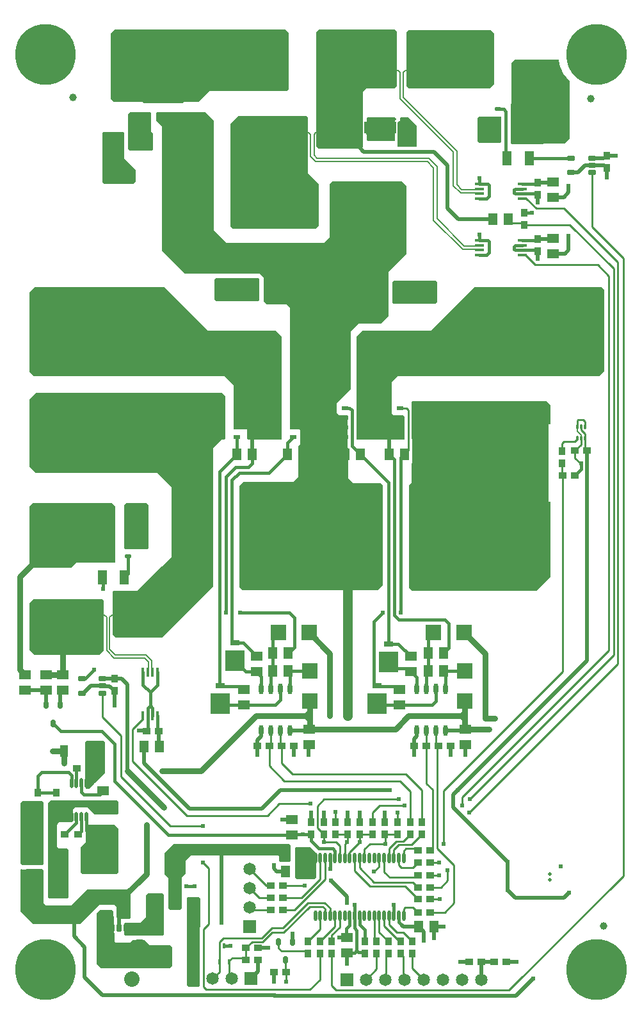
<source format=gbl>
G04 This is an RS-274x file exported by *
G04 gerbv version 2.8.0-rc.1~d7f42a *
G04 More information is available about gerbv at *
G04 https://gerbv.github.io/ *
G04 --End of header info--*
%MOIN*%
%FSLAX36Y36*%
%IPPOS*%
G04 --Define apertures--*
%ADD10C,0.0150*%
%ADD11C,0.0080*%
%ADD12C,0.0060*%
%ADD13C,0.0100*%
%ADD14C,0.0394*%
%ADD15R,0.0394X0.0374*%
%ADD16R,0.0374X0.0394*%
%ADD17R,0.0630X0.2087*%
%ADD18R,0.0650X0.0650*%
%ADD19C,0.0650*%
%ADD20C,0.0200*%
%ADD21C,0.0300*%
%ADD22R,0.0610X0.0610*%
%ADD23C,0.0610*%
%ADD24C,0.0827*%
%AMMACRO25*
21,1,0.082680,0.041340,0.000000,0.000000,180.000000*
21,1,0.041340,0.082680,0.000000,0.000000,180.000000*
1,1,0.041340,-0.020670,0.020670*
1,1,0.041340,0.020670,0.020670*
1,1,0.041340,0.020670,-0.020670*
1,1,0.041340,-0.020670,-0.020670*
%
%ADD25MACRO25*%
%AMMACRO26*
21,1,0.082680,0.041340,0.000000,0.000000,270.000000*
21,1,0.041340,0.082680,0.000000,0.000000,270.000000*
1,1,0.041340,-0.020670,-0.020670*
1,1,0.041340,-0.020670,0.020670*
1,1,0.041340,0.020670,0.020670*
1,1,0.041340,0.020670,-0.020670*
%
%ADD26MACRO26*%
%ADD27R,0.0591X0.0591*%
%ADD28C,0.0591*%
%ADD29R,0.0650X0.0650*%
%AMMACRO30*
21,1,0.061020,0.057360,0.000000,0.000000,0.000000*
21,1,0.057360,0.061020,0.000000,0.000000,0.000000*
1,1,0.003660,0.028680,-0.028680*
1,1,0.003660,-0.028680,-0.028680*
1,1,0.003660,-0.028680,0.028680*
1,1,0.003660,0.028680,0.028680*
%
%ADD30MACRO30*%
%ADD31C,0.3150*%
%ADD32C,0.0800*%
%ADD33C,0.0240*%
%ADD34C,0.0197*%
%AMMACRO35*
21,1,0.015750,0.021650,0.000000,0.000000,0.000000*
21,1,0.011810,0.025590,0.000000,0.000000,0.000000*
1,1,0.003940,0.005910,-0.010830*
1,1,0.003940,-0.005910,-0.010830*
1,1,0.003940,-0.005910,0.010830*
1,1,0.003940,0.005910,0.010830*
%
%ADD35MACRO35*%
%ADD36R,0.0236X0.0197*%
%AMMACRO37*
21,1,0.033860,0.012250,0.000000,0.000000,90.000000*
21,1,0.026030,0.020080,0.000000,0.000000,90.000000*
1,1,0.007830,0.006120,0.013010*
1,1,0.007830,0.006120,-0.013010*
1,1,0.007830,-0.006120,-0.013010*
1,1,0.007830,-0.006120,0.013010*
%
%ADD37MACRO37*%
%AMMACRO38*
21,1,0.170870,0.204060,0.000000,0.000000,90.000000*
21,1,0.162320,0.212600,0.000000,0.000000,90.000000*
1,1,0.008540,0.102030,0.081160*
1,1,0.008540,0.102030,-0.081160*
1,1,0.008540,-0.102030,-0.081160*
1,1,0.008540,-0.102030,0.081160*
%
%ADD38MACRO38*%
%ADD39O,0.0236X0.0571*%
%AMMACRO40*
21,1,0.023620,0.035350,0.000000,0.000000,90.000000*
21,1,0.019610,0.039370,0.000000,0.000000,90.000000*
1,1,0.004020,0.017680,0.009800*
1,1,0.004020,0.017680,-0.009800*
1,1,0.004020,-0.017680,-0.009800*
1,1,0.004020,-0.017680,0.009800*
%
%ADD40MACRO40*%
%AMMACRO41*
21,1,0.039370,0.059060,0.000000,0.000000,180.000000*
21,1,0.035430,0.062990,0.000000,0.000000,180.000000*
1,1,0.003940,-0.017720,0.029530*
1,1,0.003940,0.017720,0.029530*
1,1,0.003940,0.017720,-0.029530*
1,1,0.003940,-0.017720,-0.029530*
%
%ADD41MACRO41*%
%AMMACRO42*
21,1,0.011810,0.013820,0.000000,0.000000,90.000000*
21,1,0.007910,0.017720,0.000000,0.000000,90.000000*
1,1,0.003900,0.006910,0.003960*
1,1,0.003900,0.006910,-0.003960*
1,1,0.003900,-0.006910,-0.003960*
1,1,0.003900,-0.006910,0.003960*
%
%ADD42MACRO42*%
%AMMACRO43*
21,1,0.023620,0.035350,0.000000,0.000000,180.000000*
21,1,0.019610,0.039370,0.000000,0.000000,180.000000*
1,1,0.004020,-0.009800,0.017680*
1,1,0.004020,0.009800,0.017680*
1,1,0.004020,0.009800,-0.017680*
1,1,0.004020,-0.009800,-0.017680*
%
%ADD43MACRO43*%
%ADD44O,0.0177X0.0532*%
%AMMACRO45*
21,1,0.011810,0.022480,0.000000,0.000000,0.000000*
21,1,0.007910,0.026380,0.000000,0.000000,0.000000*
1,1,0.003900,0.003960,-0.011240*
1,1,0.003900,-0.003960,-0.011240*
1,1,0.003900,-0.003960,0.011240*
1,1,0.003900,0.003960,0.011240*
%
%ADD45MACRO45*%
%ADD46O,0.0472X0.0158*%
%ADD47O,0.0177X0.0551*%
%ADD48R,0.0500X0.0630*%
%ADD49R,0.0630X0.0500*%
%ADD50R,0.0512X0.0728*%
%ADD51R,0.1221X0.1575*%
%AMMACRO52*
21,1,0.176770,0.176390,0.000000,0.000000,0.000000*
21,1,0.173240,0.179920,0.000000,0.000000,0.000000*
1,1,0.003540,0.086620,-0.088190*
1,1,0.003540,-0.086620,-0.088190*
1,1,0.003540,-0.086620,0.088190*
1,1,0.003540,0.086620,0.088190*
%
%ADD52MACRO52*%
%AMMACRO53*
21,1,0.035830,0.012250,0.000000,0.000000,0.000000*
21,1,0.028000,0.020080,0.000000,0.000000,0.000000*
1,1,0.007830,0.014000,-0.006120*
1,1,0.007830,-0.014000,-0.006120*
1,1,0.007830,-0.014000,0.006120*
1,1,0.007830,0.014000,0.006120*
%
%ADD53MACRO53*%
%AMMACRO54*
21,1,0.033860,0.012250,0.000000,0.000000,0.000000*
21,1,0.026030,0.020080,0.000000,0.000000,0.000000*
1,1,0.007830,0.013010,-0.006120*
1,1,0.007830,-0.013010,-0.006120*
1,1,0.007830,-0.013010,0.006120*
1,1,0.007830,0.013010,0.006120*
%
%ADD54MACRO54*%
%AMMACRO55*
21,1,0.170870,0.204060,0.000000,0.000000,0.000000*
21,1,0.162320,0.212600,0.000000,0.000000,0.000000*
1,1,0.008540,0.081160,-0.102030*
1,1,0.008540,-0.081160,-0.102030*
1,1,0.008540,-0.081160,0.102030*
1,1,0.008540,0.081160,0.102030*
%
%ADD55MACRO55*%
%AMMACRO56*
21,1,0.023620,0.027560,0.000000,0.000000,180.000000*
21,1,0.011810,0.039370,0.000000,0.000000,180.000000*
1,1,0.011810,-0.005910,0.013780*
1,1,0.011810,0.005910,0.013780*
1,1,0.011810,0.005910,-0.013780*
1,1,0.011810,-0.005910,-0.013780*
%
%ADD56MACRO56*%
%ADD57R,0.0787X0.0787*%
%ADD58R,0.0787X0.0787*%
%ADD59R,0.0500X0.0300*%
%ADD60R,0.1000X0.1050*%
%ADD61R,0.0360X0.0480*%
%ADD62R,0.0850X0.1080*%
%ADD63R,0.0433X0.0630*%
%ADD64O,0.0158X0.0472*%
%ADD65R,0.2087X0.0630*%
%ADD66R,0.1339X0.0512*%
%ADD67R,0.0480X0.0360*%
%ADD68C,0.0500*%
%ADD69C,0.0600*%
G04 --Start main section--*
G36*
G01X3212190Y7024000D02*
G01X3222190Y7014000D01*
G01X3222190Y6728000D01*
G01X3210190Y6716000D01*
G01X3063190Y6716000D01*
G01X3046190Y6699000D01*
G01X3046190Y6555730D01*
G01X3043240Y6553760D01*
G01X3039490Y6548150D01*
G01X3038170Y6541530D01*
G01X3038170Y6482470D01*
G01X3039490Y6475850D01*
G01X3043240Y6470240D01*
G01X3046190Y6468270D01*
G01X3046190Y6414000D01*
G01X3036190Y6404000D01*
G01X2815190Y6404000D01*
G01X2803190Y6416000D01*
G01X2803190Y6560000D01*
G01X2803190Y7010000D01*
G01X2817190Y7024000D01*
G01X3212190Y7024000D01*
G37*
G36*
G01X3212190Y7024000D02*
G37*
G36*
G01X3727190Y7004000D02*
G01X3727190Y6739000D01*
G01X3704190Y6716000D01*
G01X3431190Y6716000D01*
G01X3284190Y6716000D01*
G01X3272190Y6728000D01*
G01X3272190Y7009000D01*
G01X3282190Y7019000D01*
G01X3712190Y7019000D01*
G01X3727190Y7004000D01*
G37*
G36*
G01X3727190Y7004000D02*
G37*
G36*
G01X2659190Y7007000D02*
G01X2659190Y6818000D01*
G01X2659190Y6713000D01*
G01X2648190Y6702000D01*
G01X2244190Y6702000D01*
G01X2232190Y6690000D01*
G01X2187190Y6645000D01*
G01X2171190Y6645000D01*
G01X1749190Y6645000D01*
G01X1730190Y6664000D01*
G01X1730190Y7002000D01*
G01X1752190Y7024000D01*
G01X2642190Y7024000D01*
G01X2659190Y7007000D01*
G37*
G36*
G01X2659190Y7007000D02*
G37*
G36*
G01X3211190Y6565000D02*
G01X3218190Y6558000D01*
G01X3218190Y6555070D01*
G01X3213030Y6547350D01*
G01X3211090Y6537590D01*
G01X3211090Y6512000D01*
G01X3211090Y6486410D01*
G01X3211090Y6444000D01*
G01X3073190Y6444000D01*
G01X3066580Y6450610D01*
G01X3066580Y6468270D01*
G01X3066190Y6470240D01*
G01X3066190Y6472250D01*
G01X3065420Y6474100D01*
G01X3065030Y6476070D01*
G01X3063910Y6477740D01*
G01X3063140Y6479600D01*
G01X3061720Y6481020D01*
G01X3060610Y6482690D01*
G01X3060290Y6482900D01*
G01X3060290Y6486410D01*
G01X3060290Y6512000D01*
G01X3060290Y6537590D01*
G01X3060290Y6541100D01*
G01X3060610Y6541310D01*
G01X3061720Y6542980D01*
G01X3063140Y6544400D01*
G01X3063910Y6546260D01*
G01X3065030Y6547930D01*
G01X3065420Y6549900D01*
G01X3066190Y6551750D01*
G01X3066190Y6553760D01*
G01X3066580Y6555730D01*
G01X3066580Y6561390D01*
G01X3070190Y6565000D01*
G01X3211190Y6565000D01*
G37*
G36*
G01X3211190Y6565000D02*
G37*
G36*
G01X3766410Y6568780D02*
G01X3766410Y6439820D01*
G01X3759190Y6432610D01*
G01X3651580Y6432610D01*
G01X3640190Y6444000D01*
G01X3640190Y6564000D01*
G01X3647190Y6571000D01*
G01X3764190Y6571000D01*
G01X3766410Y6568780D01*
G37*
G36*
G01X3766410Y6568780D02*
G37*
G36*
G01X4069380Y6840890D02*
G01X4077700Y6816370D01*
G01X4089150Y6793160D01*
G01X4103530Y6771630D01*
G01X4120600Y6752170D01*
G01X4122190Y6750770D01*
G01X4122190Y6454000D01*
G01X4096190Y6428000D01*
G01X3931190Y6428000D01*
G01X3826190Y6428000D01*
G01X3817190Y6437000D01*
G01X3817190Y6633000D01*
G01X3817190Y6847000D01*
G01X3836190Y6866000D01*
G01X4064380Y6866000D01*
G01X4069380Y6840890D01*
G37*
G36*
G01X4069380Y6840890D02*
G37*
G36*
G01X3325190Y6520000D02*
G01X3325190Y6414000D01*
G01X3323680Y6412490D01*
G01X3229700Y6412490D01*
G01X3226190Y6416000D01*
G01X3226190Y6430610D01*
G01X3229920Y6436200D01*
G01X3231480Y6444000D01*
G01X3231480Y6475230D01*
G01X3231890Y6475850D01*
G01X3233210Y6482470D01*
G01X3233210Y6540840D01*
G01X3235140Y6543740D01*
G01X3235910Y6545600D01*
G01X3237030Y6547270D01*
G01X3237420Y6549240D01*
G01X3238190Y6551100D01*
G01X3238190Y6553100D01*
G01X3238580Y6555070D01*
G01X3238580Y6558000D01*
G01X3237960Y6561130D01*
G01X3241130Y6565000D01*
G01X3280190Y6565000D01*
G01X3325190Y6520000D01*
G37*
G36*
G01X3325190Y6520000D02*
G37*
G36*
G01X1937190Y6594000D02*
G01X1942190Y6589000D01*
G01X1942190Y6494000D01*
G01X1952190Y6484000D01*
G01X1952190Y6399000D01*
G01X1947190Y6394000D01*
G01X1832190Y6394000D01*
G01X1822190Y6404000D01*
G01X1822190Y6584000D01*
G01X1832190Y6594000D01*
G01X1937190Y6594000D01*
G37*
G36*
G01X1937190Y6594000D02*
G37*
G36*
G01X1801800Y6484390D02*
G01X1801800Y6404000D01*
G01X1802190Y6402030D01*
G01X1802190Y6354000D01*
G01X1842190Y6314000D01*
G01X1862190Y6294000D01*
G01X1862190Y6259000D01*
G01X1862190Y6234000D01*
G01X1847190Y6219000D01*
G01X1697190Y6219000D01*
G01X1687190Y6229000D01*
G01X1687190Y6484000D01*
G01X1692190Y6489000D01*
G01X1797190Y6489000D01*
G01X1801800Y6484390D01*
G37*
G36*
G01X1801800Y6484390D02*
G37*
G36*
G01X2757190Y6565000D02*
G01X2757190Y6276000D01*
G01X2814190Y6219000D01*
G01X2814190Y6001000D01*
G01X2799190Y5986000D01*
G01X2369190Y5986000D01*
G01X2354190Y6001000D01*
G01X2354190Y6533000D01*
G01X2395190Y6574000D01*
G01X2748190Y6574000D01*
G01X2757190Y6565000D01*
G37*
G36*
G01X2757190Y6565000D02*
G37*
G36*
G01X2505190Y5725000D02*
G01X2505190Y5656000D01*
G01X2505190Y5617000D01*
G01X2499190Y5611000D01*
G01X2280190Y5611000D01*
G01X2275190Y5616000D01*
G01X2271190Y5620000D01*
G01X2271190Y5669000D01*
G01X2271190Y5711000D01*
G01X2271190Y5722000D01*
G01X2280190Y5731000D01*
G01X2499190Y5731000D01*
G01X2505190Y5725000D01*
G37*
G36*
G01X2505190Y5725000D02*
G37*
G36*
G01X3424300Y5717140D02*
G01X3429300Y5712140D01*
G01X3433300Y5708140D01*
G01X3433300Y5659140D01*
G01X3433300Y5617140D01*
G01X3433300Y5606140D01*
G01X3424300Y5597140D01*
G01X3205300Y5597140D01*
G01X3199300Y5603140D01*
G01X3199300Y5672140D01*
G01X3199300Y5711140D01*
G01X3205300Y5717140D01*
G01X3424300Y5717140D01*
G37*
G36*
G01X3424300Y5717140D02*
G37*
G36*
G01X4287120Y5682070D02*
G01X4302190Y5667000D01*
G01X4302190Y5247000D01*
G01X4275260Y5220070D01*
G01X3226260Y5220070D01*
G01X3194190Y5188000D01*
G01X3194190Y5025000D01*
G01X3203190Y5016000D01*
G01X3255190Y5016000D01*
G01X3260800Y5010390D01*
G01X3260800Y4893610D01*
G01X3258260Y4891070D01*
G01X3190770Y4891070D01*
G01X3188770Y4889070D01*
G01X3013770Y4889070D01*
G01X3012770Y4890070D01*
G01X3012770Y5425070D01*
G01X3044770Y5457070D01*
G01X3399770Y5457070D01*
G01X3550770Y5608070D01*
G01X3624770Y5682070D01*
G01X4243770Y5682070D01*
G01X4287120Y5682070D01*
G37*
G36*
G01X4287120Y5682070D02*
G37*
G36*
G01X2084190Y5608000D02*
G01X2235190Y5457000D01*
G01X2590190Y5457000D01*
G01X2622190Y5425000D01*
G01X2622190Y4890000D01*
G01X2621190Y4889000D01*
G01X2446190Y4889000D01*
G01X2444190Y4891000D01*
G01X2444190Y4938000D01*
G01X2439190Y4943000D01*
G01X2373190Y4943000D01*
G01X2370190Y4946000D01*
G01X2370190Y5055000D01*
G01X2370190Y5174000D01*
G01X2324190Y5220000D01*
G01X1332190Y5220000D01*
G01X1308190Y5244000D01*
G01X1308190Y5653000D01*
G01X1307190Y5654000D01*
G01X1335190Y5682000D01*
G01X2010190Y5682000D01*
G01X2084190Y5608000D01*
G37*
G36*
G01X2084190Y5608000D02*
G37*
G36*
G01X1917190Y4558000D02*
G01X1928190Y4547000D01*
G01X1928190Y4327000D01*
G01X1922190Y4321000D01*
G01X1813190Y4321000D01*
G01X1808190Y4321000D01*
G01X1802190Y4327000D01*
G01X1802190Y4329000D01*
G01X1802190Y4550000D01*
G01X1810190Y4558000D01*
G01X1854190Y4558000D01*
G01X1917190Y4558000D01*
G37*
G36*
G01X1917190Y4558000D02*
G37*
G36*
G01X1753190Y4544000D02*
G01X1754190Y4543000D01*
G01X1754190Y4452000D01*
G01X1754190Y4252000D01*
G01X1752190Y4250000D01*
G01X1553190Y4250000D01*
G01X1525190Y4222000D01*
G01X1326190Y4222000D01*
G01X1308190Y4240000D01*
G01X1308190Y4540000D01*
G01X1326190Y4558000D01*
G01X1739190Y4558000D01*
G01X1753190Y4544000D01*
G37*
G36*
G01X1753190Y4544000D02*
G37*
G36*
G01X2267190Y6549000D02*
G01X2267190Y5979000D01*
G01X2332190Y5914000D01*
G01X2842190Y5914000D01*
G01X2872190Y5944000D01*
G01X2872190Y6220000D01*
G01X2884190Y6232000D01*
G01X3248190Y6232000D01*
G01X3273190Y6207000D01*
G01X3273190Y5855000D01*
G01X3177190Y5759000D01*
G01X3177190Y5534000D01*
G01X3137190Y5494000D01*
G01X3022190Y5494000D01*
G01X2982190Y5454000D01*
G01X2982190Y5152000D01*
G01X2907190Y5077000D01*
G01X2907190Y5029000D01*
G01X2922190Y5014000D01*
G01X2923190Y5015000D01*
G01X2964450Y5015000D01*
G01X2964450Y5006740D01*
G01X2964450Y4856800D01*
G01X2966190Y4848020D01*
G01X2967190Y4846530D01*
G01X2967190Y4689000D01*
G01X2994190Y4662000D01*
G01X3139190Y4662000D01*
G01X3149190Y4652000D01*
G01X3149190Y4132000D01*
G01X3123190Y4106000D01*
G01X2417190Y4106000D01*
G01X2403190Y4120000D01*
G01X2403190Y4650000D01*
G01X2422190Y4669000D01*
G01X2682190Y4669000D01*
G01X2707190Y4694000D01*
G01X2707190Y4856000D01*
G01X2718190Y4867000D01*
G01X2718190Y4938000D01*
G01X2712190Y4944000D01*
G01X2669190Y4944000D01*
G01X2664190Y4949000D01*
G01X2664190Y5577000D01*
G01X2647190Y5594000D01*
G01X2542190Y5594000D01*
G01X2527190Y5609000D01*
G01X2527190Y5734000D01*
G01X2507190Y5754000D01*
G01X2117190Y5754000D01*
G01X1997190Y5874000D01*
G01X1997190Y6519000D01*
G01X1967190Y6549000D01*
G01X1967190Y6589000D01*
G01X1972190Y6594000D01*
G01X2222190Y6594000D01*
G01X2267190Y6549000D01*
G37*
G36*
G01X2267190Y6549000D02*
G37*
G36*
G01X4023190Y5066000D02*
G01X4023190Y4968280D01*
G01X4011210Y4968280D01*
G01X4011210Y4840810D01*
G01X4010890Y4840810D01*
G01X4010890Y4567190D01*
G01X4023190Y4567190D01*
G01X4023190Y4177000D01*
G01X3949190Y4103000D01*
G01X3387190Y4103000D01*
G01X3303190Y4103000D01*
G01X3286190Y4120000D01*
G01X3286190Y4309000D01*
G01X3286190Y4313000D01*
G01X3286190Y4652000D01*
G01X3299190Y4665000D01*
G01X3299190Y4767500D01*
G01X3301190Y4767500D01*
G01X3301190Y4832030D01*
G01X3301580Y4834000D01*
G01X3301580Y5043000D01*
G01X3300030Y5050800D01*
G01X3299190Y5052060D01*
G01X3299190Y5066000D01*
G01X3299190Y5086000D01*
G01X3302190Y5089000D01*
G01X4000190Y5089000D01*
G01X4023190Y5066000D01*
G37*
G36*
G01X4023190Y5066000D02*
G37*
G36*
G01X2328190Y5114000D02*
G01X2328190Y4931000D01*
G01X2328190Y4909000D01*
G01X2325190Y4906000D01*
G01X2265190Y4846000D01*
G01X2265190Y4242000D01*
G01X2265190Y4241000D01*
G01X2265190Y4127000D01*
G01X1997190Y3859000D01*
G01X1756190Y3859000D01*
G01X1740190Y3875000D01*
G01X1740190Y4096000D01*
G01X1746190Y4102000D01*
G01X1869190Y4102000D01*
G01X1995340Y4228160D01*
G01X1997060Y4229620D01*
G01X2005960Y4237230D01*
G01X2005960Y4237230D01*
G01X2005960Y4237230D01*
G01X2011960Y4243230D01*
G01X2018620Y4251020D01*
G01X2021030Y4253840D01*
G01X2048190Y4281000D01*
G01X2048190Y4642000D01*
G01X1973190Y4717000D01*
G01X1342190Y4717000D01*
G01X1308190Y4751000D01*
G01X1308190Y5100000D01*
G01X1314190Y5106000D01*
G01X1340190Y5132000D01*
G01X2310190Y5132000D01*
G01X2328190Y5114000D01*
G37*
G36*
G01X2328190Y5114000D02*
G37*
G36*
G01X1696190Y4052000D02*
G01X1696190Y3935000D01*
G01X1696190Y3794000D01*
G01X1690190Y3788000D01*
G01X1673190Y3771000D01*
G01X1334190Y3771000D01*
G01X1308190Y3797000D01*
G01X1308190Y4039000D01*
G01X1313190Y4044000D01*
G01X1330190Y4061000D01*
G01X1687190Y4061000D01*
G01X1696190Y4052000D01*
G37*
G36*
G01X1696190Y4052000D02*
G37*
G36*
G01X1695140Y3322000D02*
G01X1702140Y3315000D01*
G01X1702140Y3157550D01*
G01X1647700Y3103110D01*
G01X1646590Y3102000D01*
G01X1645640Y3102000D01*
G01X1645640Y3101050D01*
G01X1619140Y3074550D01*
G01X1601760Y3074550D01*
G01X1601760Y3103110D01*
G01X1600020Y3111890D01*
G01X1598320Y3114430D01*
G01X1598320Y3315180D01*
G01X1605140Y3322000D01*
G01X1695140Y3322000D01*
G37*
G36*
G01X1695140Y3322000D02*
G37*
G36*
G01X1773140Y3005000D02*
G01X1773140Y2946000D01*
G01X1768140Y2941000D01*
G01X1647140Y2941000D01*
G01X1632140Y2956000D01*
G01X1612140Y2976000D01*
G01X1544140Y2976000D01*
G01X1535140Y2967000D01*
G01X1535140Y2941330D01*
G01X1532040Y2936690D01*
G01X1530290Y2927910D01*
G01X1530290Y2904590D01*
G01X1523700Y2898000D01*
G01X1462140Y2898000D01*
G01X1454140Y2890000D01*
G01X1451140Y2887000D01*
G01X1451140Y2822000D01*
G01X1451140Y2772000D01*
G01X1458140Y2765000D01*
G01X1461140Y2762000D01*
G01X1505140Y2762000D01*
G01X1511140Y2756000D01*
G01X1511140Y2585000D01*
G01X1511140Y2508000D01*
G01X1506140Y2503000D01*
G01X1412740Y2503000D01*
G01X1405140Y2510600D01*
G01X1405140Y2685000D01*
G01X1405140Y3000000D01*
G01X1415140Y3010000D01*
G01X1418140Y3013000D01*
G01X1765140Y3013000D01*
G01X1773140Y3005000D01*
G37*
G36*
G01X1773140Y3005000D02*
G37*
G36*
G01X2668190Y2779000D02*
G01X2668190Y2698000D01*
G01X2663190Y2693000D01*
G01X2615190Y2693000D01*
G01X2607190Y2701000D01*
G01X2607190Y2722000D01*
G01X2602190Y2727000D01*
G01X2148190Y2727000D01*
G01X2122190Y2701000D01*
G01X2122190Y2634000D01*
G01X2100190Y2612000D01*
G01X2100190Y2452000D01*
G01X2091190Y2443000D01*
G01X2041190Y2443000D01*
G01X2032190Y2452000D01*
G01X2032190Y2609000D01*
G01X2010190Y2631000D01*
G01X2010190Y2737000D01*
G01X2035190Y2762000D01*
G01X2060190Y2787000D01*
G01X2660190Y2787000D01*
G01X2668190Y2779000D01*
G37*
G36*
G01X2668190Y2779000D02*
G37*
G36*
G01X1381140Y3003000D02*
G01X1381140Y2679770D01*
G01X1376600Y2675900D01*
G01X1374140Y2676390D01*
G01X1297140Y2676390D01*
G01X1290140Y2675000D01*
G01X1271190Y2675000D01*
G01X1262190Y2684000D01*
G01X1262190Y2999000D01*
G01X1272190Y3009000D01*
G01X1375140Y3009000D01*
G01X1381140Y3003000D01*
G37*
G36*
G01X1381140Y3003000D02*
G37*
G36*
G01X1372620Y2655900D02*
G01X1373810Y2655900D01*
G01X1374410Y2655730D01*
G01X1380140Y2650000D01*
G01X1380140Y2479000D01*
G01X1392140Y2467000D01*
G01X1524140Y2467000D01*
G01X1567140Y2510000D01*
G01X1607140Y2550000D01*
G01X1818140Y2550000D01*
G01X1836140Y2532000D01*
G01X1836140Y2402000D01*
G01X1831140Y2397000D01*
G01X1770140Y2397000D01*
G01X1764630Y2402510D01*
G01X1763570Y2404090D01*
G01X1763210Y2405940D01*
G01X1763210Y2407060D01*
G01X1763140Y2407390D01*
G01X1763140Y2460000D01*
G01X1753140Y2470000D01*
G01X1672140Y2470000D01*
G01X1636140Y2434000D01*
G01X1571140Y2369000D01*
G01X1329140Y2369000D01*
G01X1298140Y2400000D01*
G01X1262190Y2435950D01*
G01X1262190Y2651780D01*
G01X1267190Y2655400D01*
G01X1271190Y2654610D01*
G01X1290140Y2654610D01*
G01X1292110Y2655000D01*
G01X1294120Y2655000D01*
G01X1299150Y2656000D01*
G01X1372130Y2656000D01*
G01X1372620Y2655900D01*
G37*
G36*
G01X1372620Y2655900D02*
G37*
G36*
G01X1762140Y2875000D02*
G01X1773140Y2864000D01*
G01X1773140Y2641000D01*
G01X1761140Y2629000D01*
G01X1584140Y2629000D01*
G01X1576140Y2637000D01*
G01X1576140Y2768000D01*
G01X1600140Y2792000D01*
G01X1600140Y2846020D01*
G01X1601760Y2854180D01*
G01X1601760Y2877620D01*
G01X1610140Y2886000D01*
G01X1751140Y2886000D01*
G01X1762140Y2875000D01*
G37*
G36*
G01X1762140Y2875000D02*
G37*
G36*
G01X2805190Y2737000D02*
G01X2805190Y2723750D01*
G01X2803630Y2721410D01*
G01X2802070Y2713610D01*
G01X2802070Y2610880D01*
G01X2793190Y2602000D01*
G01X2702190Y2602000D01*
G01X2693190Y2611000D01*
G01X2693190Y2766000D01*
G01X2697190Y2770000D01*
G01X2772190Y2770000D01*
G01X2805190Y2737000D01*
G37*
G36*
G01X2805190Y2737000D02*
G37*
G36*
G01X2007640Y2523500D02*
G01X2007640Y2315500D01*
G01X2002140Y2310000D01*
G01X1807140Y2310000D01*
G01X1802140Y2315000D01*
G01X1802140Y2332010D01*
G01X1802260Y2332610D01*
G01X1802260Y2367970D01*
G01X1802140Y2368580D01*
G01X1802140Y2371000D01*
G01X1806140Y2375000D01*
G01X1886140Y2375000D01*
G01X1896140Y2385000D01*
G01X1914140Y2403000D01*
G01X1914140Y2517000D01*
G01X1925140Y2528000D01*
G01X2003140Y2528000D01*
G01X2007640Y2523500D01*
G37*
G36*
G01X2007640Y2523500D02*
G37*
G36*
G01X1742750Y2439390D02*
G01X1742750Y2421000D01*
G01X1742750Y2407390D01*
G01X1742810Y2407060D01*
G01X1742810Y2407060D01*
G01X1742810Y2403930D01*
G01X1744370Y2396130D01*
G01X1748790Y2389520D01*
G01X1749630Y2388670D01*
G01X1749630Y2375100D01*
G01X1749290Y2374600D01*
G01X1747970Y2367970D01*
G01X1747970Y2332610D01*
G01X1749290Y2325980D01*
G01X1751140Y2323210D01*
G01X1751140Y2280000D01*
G01X1758140Y2273000D01*
G01X1833190Y2273000D01*
G01X1847190Y2287000D01*
G01X1907140Y2287000D01*
G01X1934140Y2260000D01*
G01X2041140Y2260000D01*
G01X2051140Y2250000D01*
G01X2051140Y2151000D01*
G01X2038140Y2138000D01*
G01X1683140Y2138000D01*
G01X1657140Y2164000D01*
G01X1657140Y2426160D01*
G01X1674980Y2444000D01*
G01X1738140Y2444000D01*
G01X1742750Y2439390D01*
G37*
G36*
G01X1742750Y2439390D02*
G37*
G36*
G01X2198190Y2503000D02*
G01X2198190Y2375000D01*
G01X2198190Y2355050D01*
G01X2195350Y2350800D01*
G01X2193800Y2343000D01*
G01X2193800Y2048610D01*
G01X2191190Y2046000D01*
G01X2189190Y2044000D01*
G01X2135190Y2044000D01*
G01X2127190Y2052000D01*
G01X2127190Y2078000D01*
G01X2127190Y2505000D01*
G01X2133190Y2511000D01*
G01X2190190Y2511000D01*
G01X2198190Y2503000D01*
G37*
G36*
G01X2198190Y2503000D02*
G37*
G54D10*
G01X2324070Y2256000D02*
G01X2355190Y2256000D01*
G01X2322780Y2254710D02*
G01X2324070Y2256000D01*
G01X2125870Y2565000D02*
G01X2167190Y2565000D01*
G01X4180190Y4735500D02*
G01X4180190Y4763000D01*
G01X4148680Y4704000D02*
G01X4180190Y4735500D01*
G01X3650190Y5849230D02*
G01X3688190Y5849230D01*
G01X3688190Y5849230D02*
G01X3701190Y5862230D01*
G01X3701190Y5862230D02*
G01X3701190Y5918230D01*
G01X3693420Y5926000D02*
G01X3701190Y5918230D01*
G01X3650190Y5926000D02*
G01X3693420Y5926000D01*
G01X3650190Y6219770D02*
G01X3693420Y6219770D01*
G01X3693420Y6219770D02*
G01X3701190Y6212000D01*
G01X3701190Y6156000D02*
G01X3701190Y6212000D01*
G01X3688190Y6143000D02*
G01X3701190Y6156000D01*
G01X3650190Y6143000D02*
G01X3688190Y6143000D01*
G01X1898190Y3614000D02*
G01X1898190Y3679000D01*
G01X1898190Y3614000D02*
G01X1937190Y3575000D01*
G01X1372190Y3159000D02*
G01X1512190Y3159000D01*
G01X1353140Y3139950D02*
G01X1372190Y3159000D01*
G01X1353140Y3052500D02*
G01X1353140Y3139950D01*
G01X1527640Y3103110D02*
G01X1527640Y3143550D01*
G01X1512190Y3159000D02*
G01X1527640Y3143550D01*
G01X3027190Y2367000D02*
G01X3054650Y2339540D01*
G01X3054650Y2278500D02*
G01X3054650Y2339540D01*
G01X3027190Y2367000D02*
G01X3027190Y2414390D01*
G01X3231910Y2378740D02*
G01X3245920Y2364730D01*
G01X1553230Y3175590D02*
G01X1555650Y3178000D01*
G01X1553230Y3103110D02*
G01X1553230Y3175590D01*
G01X1753190Y3112000D02*
G01X1753190Y3305000D01*
G01X1684190Y3374000D02*
G01X1753190Y3305000D01*
G01X1470950Y3374000D02*
G01X1684190Y3374000D01*
G01X1753190Y3112000D02*
G01X2033190Y2832000D01*
G01X1949370Y3454590D02*
G01X1949370Y3492820D01*
G01X1937190Y3505000D02*
G01X1949370Y3492820D01*
G01X1937190Y3575000D02*
G01X1974960Y3612770D01*
G01X1937190Y3505000D02*
G01X1937190Y3575000D01*
G01X1923780Y3491590D02*
G01X1937190Y3505000D01*
G01X1974960Y3612770D02*
G01X1974960Y3679000D01*
G01X3001600Y2414390D02*
G01X3003030Y2415830D01*
G01X2033190Y2832000D02*
G01X2676190Y2832000D01*
G01X2887190Y2763000D02*
G01X2899240Y2750950D01*
G01X2899240Y2713610D02*
G01X2899240Y2750950D01*
G01X2815190Y2763000D02*
G01X2887190Y2763000D01*
G01X2775190Y2803000D02*
G01X2815190Y2763000D01*
G01X2775190Y2803000D02*
G01X2775190Y2836500D01*
G01X2774690Y2837000D02*
G01X2775190Y2836500D01*
G01X2733190Y2837000D02*
G01X2774690Y2837000D01*
G01X2681190Y2837000D02*
G01X2733190Y2837000D01*
G01X2676190Y2832000D02*
G01X2681190Y2837000D01*
G01X1431190Y3413760D02*
G01X1470950Y3374000D01*
G01X2873650Y2655460D02*
G01X2873650Y2713610D01*
G01X3231910Y2378740D02*
G01X3231910Y2414390D01*
G01X3012240Y2304990D02*
G01X3012420Y2232770D01*
G01X3001600Y2348000D02*
G01X3001600Y2414390D01*
G01X3001600Y2348000D02*
G01X3012240Y2337350D01*
G01X3012240Y2304990D02*
G01X3012240Y2337350D01*
G01X3000650Y2221000D02*
G01X3012420Y2232770D01*
G01X3023190Y2222000D02*
G01X3048150Y2222000D01*
G01X3012420Y2232770D02*
G01X3023190Y2222000D01*
G01X3048150Y2222000D02*
G01X3054650Y2215500D01*
G01X2960650Y2221000D02*
G01X3000650Y2221000D01*
G01X3883690Y6069500D02*
G01X3926180Y6069500D01*
G01X3874600Y5926000D02*
G01X3948080Y5926000D01*
G01X3948080Y5926000D02*
G01X3955190Y5933110D01*
G01X3874600Y5874820D02*
G01X3950490Y5874820D01*
G01X3950490Y5874820D02*
G01X3955190Y5870120D01*
G01X3839370Y5900410D02*
G01X3874600Y5900410D01*
G01X3833190Y5894230D02*
G01X3839370Y5900410D01*
G01X3833190Y5879230D02*
G01X3833190Y5894230D01*
G01X3833190Y5879230D02*
G01X3837600Y5874820D01*
G01X3837600Y5874820D02*
G01X3874600Y5874820D01*
G01X3650190Y5926000D02*
G01X3650190Y5957230D01*
G01X3874600Y6219770D02*
G01X3948080Y6219770D01*
G01X3948080Y6219770D02*
G01X3955190Y6226880D01*
G01X3874600Y6168590D02*
G01X3950490Y6168590D01*
G01X3950490Y6168590D02*
G01X3955190Y6163890D01*
G01X3839370Y6194180D02*
G01X3874600Y6194180D01*
G01X3833190Y6188000D02*
G01X3839370Y6194180D01*
G01X3833190Y6173000D02*
G01X3833190Y6188000D01*
G01X3833190Y6173000D02*
G01X3837600Y6168590D01*
G01X3837600Y6168590D02*
G01X3874600Y6168590D01*
G01X3650190Y6219770D02*
G01X3650190Y6251000D01*
G01X1923780Y3454590D02*
G01X1923780Y3491590D01*
G01X1919080Y3374000D02*
G01X1923780Y3378700D01*
G01X1923780Y3378700D02*
G01X1923780Y3454590D01*
G01X1974960Y3381110D02*
G01X1982070Y3374000D01*
G01X1974960Y3381110D02*
G01X1974960Y3454590D01*
G01X2652730Y4873850D02*
G01X2682810Y4903930D01*
G01X2652730Y4814020D02*
G01X2652730Y4873850D01*
G01X1690190Y4112000D02*
G01X1690190Y4171910D01*
G01X1689100Y4173000D02*
G01X1690190Y4171910D01*
G01X1353140Y3052500D02*
G01X1447140Y3052500D01*
G01X1353140Y3052500D02*
G01X1353140Y3052500D01*
G01X1578820Y3056320D02*
G01X1578820Y3103110D01*
G01X1578820Y3056320D02*
G01X1591140Y3044000D01*
G01X1591140Y3044000D02*
G01X1674140Y3044000D01*
G01X1674140Y3044000D02*
G01X1692140Y3062000D01*
G01X1604410Y2855220D02*
G01X1604410Y2927910D01*
G01X1604410Y2855220D02*
G01X1623640Y2836000D01*
G01X1578820Y2854180D02*
G01X1578820Y2927910D01*
G01X1560650Y2836000D02*
G01X1578820Y2854180D01*
G01X1493140Y2835000D02*
G01X1553230Y2895090D01*
G01X1553230Y2895090D02*
G01X1553230Y2927910D01*
G01X2952150Y5054000D02*
G01X2976190Y5054000D01*
G01X2976190Y5054000D02*
G01X2987390Y5042800D01*
G01X2987390Y4856800D02*
G01X2987390Y5042800D01*
G01X2987390Y4856800D02*
G01X3030190Y4814000D01*
G01X2388730Y4814020D02*
G01X2388770Y4814050D01*
G01X2388770Y4814050D02*
G01X2388770Y4904020D01*
G01X1803270Y4173000D02*
G01X1822150Y4191870D01*
G01X1822150Y4191870D02*
G01X1822150Y4282360D01*
G01X3910930Y6353350D02*
G01X4129870Y6353350D01*
G01X3910280Y6354000D02*
G01X3910930Y6353350D01*
G01X3789350Y6360760D02*
G01X3796100Y6354000D01*
G01X3789350Y6360760D02*
G01X3789350Y6596840D01*
G01X3778190Y6608000D02*
G01X3789350Y6596840D01*
G01X3749190Y6608000D02*
G01X3778190Y6608000D01*
G01X2299190Y4724470D02*
G01X2388730Y4814020D01*
G01X2468730Y4765540D02*
G01X2468730Y4814020D01*
G01X2554720Y4716000D02*
G01X2652730Y4814020D01*
G01X2449190Y4746000D02*
G01X2468730Y4765540D01*
G01X2381190Y4746000D02*
G01X2449190Y4746000D01*
G01X2400190Y4716000D02*
G01X2554720Y4716000D01*
G01X2330190Y3988000D02*
G01X2330190Y4695000D01*
G01X2330190Y4695000D02*
G01X2381190Y4746000D01*
G01X2363190Y4679000D02*
G01X2400190Y4716000D01*
G01X2299190Y3610310D02*
G01X2299190Y4724470D01*
G01X2379710Y3739640D02*
G01X2436710Y3682640D01*
G01X2436710Y3682640D02*
G01X2491710Y3682640D01*
G01X2516710Y3591930D02*
G01X2516710Y3657640D01*
G01X2491710Y3682640D02*
G01X2516710Y3657640D01*
G01X2566710Y3591930D02*
G01X2566710Y3676640D01*
G01X2566710Y3676640D02*
G01X2576710Y3686640D01*
G01X2576710Y3856930D02*
G01X2606430Y3886640D01*
G01X2666710Y3591930D02*
G01X2666710Y3676640D01*
G01X2656710Y3686640D02*
G01X2666710Y3676640D01*
G01X2656710Y3686640D02*
G01X2769450Y3686640D01*
G01X2300160Y3609340D02*
G01X2303160Y3606340D01*
G01X2407020Y3606340D02*
G01X2423710Y3589640D01*
G01X2303160Y3606340D02*
G01X2407020Y3606340D01*
G01X2300160Y3517340D02*
G01X2307860Y3509640D01*
G01X2307860Y3509640D02*
G01X2423710Y3509640D01*
G01X2423710Y3509640D02*
G01X2588470Y3509640D01*
G01X2588470Y3509640D02*
G01X2616710Y3537880D01*
G01X2616710Y3537880D02*
G01X2616710Y3591930D01*
G01X2422710Y3831640D02*
G01X2491710Y3762640D01*
G01X2379710Y3831640D02*
G01X2422710Y3831640D01*
G01X2656710Y3778640D02*
G01X2688190Y3810120D01*
G01X2299190Y3610310D02*
G01X2300160Y3609340D01*
G01X2404190Y3988000D02*
G01X2662190Y3988000D01*
G01X2662190Y3988000D02*
G01X2688190Y3962000D01*
G01X2688190Y3810120D02*
G01X2688190Y3962000D01*
G01X2363190Y3831640D02*
G01X2363190Y4679000D01*
G01X2363190Y3831640D02*
G01X2379710Y3831640D01*
G01X3030190Y4814000D02*
G01X3178910Y4665280D01*
G01X3178910Y3827130D02*
G01X3178910Y4665280D01*
G01X3242910Y3990280D02*
G01X3242910Y4795720D01*
G01X3242910Y4795720D02*
G01X3261190Y4814000D01*
G01X3463460Y3778310D02*
G01X3491190Y3806040D01*
G01X3471190Y3954000D02*
G01X3491190Y3934000D01*
G01X3491190Y3806040D02*
G01X3491190Y3934000D01*
G01X3231190Y3954000D02*
G01X3471190Y3954000D01*
G01X3103190Y3943550D02*
G01X3149910Y3990280D01*
G01X3103190Y3623000D02*
G01X3103190Y3943550D01*
G01X3103190Y3623000D02*
G01X3117190Y3609000D01*
G01X3325460Y3591590D02*
G01X3325460Y3651580D01*
G01X3293730Y3683310D02*
G01X3325460Y3651580D01*
G01X3279040Y3698000D02*
G01X3293730Y3683310D01*
G01X3216040Y3698000D02*
G01X3279040Y3698000D01*
G01X3179730Y3734310D02*
G01X3216040Y3698000D01*
G01X3229910Y3827130D02*
G01X3293730Y3763310D01*
G01X3375460Y3591590D02*
G01X3375460Y3678310D01*
G01X3375460Y3678310D02*
G01X3383460Y3686310D01*
G01X3383460Y3686310D02*
G01X3383460Y3778310D01*
G01X3475460Y3591590D02*
G01X3475460Y3674310D01*
G01X3463460Y3686310D02*
G01X3475460Y3674310D01*
G01X3463460Y3686310D02*
G01X3576200Y3686310D01*
G01X3576200Y3686310D02*
G01X3576460Y3686050D01*
G01X3235460Y3509310D02*
G01X3403500Y3509310D01*
G01X3403500Y3509310D02*
G01X3425460Y3531270D01*
G01X3425460Y3531270D02*
G01X3425460Y3591590D01*
G01X3124880Y3509310D02*
G01X3235460Y3509310D01*
G01X3117190Y3517000D02*
G01X3124880Y3509310D01*
G01X3218760Y3606000D02*
G01X3235460Y3589310D01*
G01X3120190Y3606000D02*
G01X3218760Y3606000D01*
G01X3117190Y3609000D02*
G01X3120190Y3606000D01*
G01X1581190Y3645400D02*
G01X1598590Y3645400D01*
G01X1598590Y3645400D02*
G01X1646190Y3693000D01*
G01X3383460Y3778310D02*
G01X3383460Y3856770D01*
G01X3383460Y3856770D02*
G01X3412990Y3886310D01*
G01X3181190Y4814000D02*
G01X3209910Y4785280D01*
G01X3209910Y3975280D02*
G01X3231190Y3954000D01*
G01X3209910Y3975280D02*
G01X3209910Y4785280D01*
G01X3178910Y3827130D02*
G01X3229910Y3827130D01*
G01X2576710Y3686640D02*
G01X2576710Y3856930D01*
G01X2976010Y2364360D02*
G01X2976010Y2414390D01*
G01X2958650Y2347000D02*
G01X2976010Y2364360D01*
G01X3206320Y2414390D02*
G01X3206320Y2469000D01*
G01X3003030Y2415830D02*
G01X3003030Y2468160D01*
G01X3002190Y2469000D02*
G01X3003030Y2468160D01*
G01X2958650Y2299000D02*
G01X2958650Y2347000D01*
G54D11*
G01X3412190Y6030540D02*
G01X3564510Y5878230D01*
G01X3430190Y6038000D02*
G01X3571960Y5896230D01*
G01X3646780Y5878230D02*
G01X3650190Y5874820D01*
G01X3564510Y5878230D02*
G01X3646780Y5878230D01*
G01X2763190Y6486000D02*
G01X2772190Y6477000D01*
G01X2772190Y6361540D02*
G01X2772190Y6477000D01*
G01X2692570Y6486000D02*
G01X2763190Y6486000D01*
G01X2798730Y6335000D02*
G01X3380190Y6335000D01*
G01X3380190Y6335000D02*
G01X3412190Y6303000D01*
G01X2772190Y6361540D02*
G01X2798730Y6335000D01*
G01X3412190Y6030540D02*
G01X3412190Y6303000D01*
G01X3646010Y5896230D02*
G01X3650190Y5900410D01*
G01X3571960Y5896230D02*
G01X3646010Y5896230D01*
G01X3387650Y6353000D02*
G01X3430190Y6310460D01*
G01X3430190Y6038000D02*
G01X3430190Y6310460D01*
G01X2806190Y6353000D02*
G01X3387650Y6353000D01*
G01X2799190Y6486000D02*
G01X2865800Y6486000D01*
G01X2790190Y6369000D02*
G01X2790190Y6477000D01*
G01X2790190Y6369000D02*
G01X2806190Y6353000D01*
G01X2790190Y6477000D02*
G01X2799190Y6486000D01*
G01X1726190Y3800000D02*
G01X1756190Y3770000D01*
G01X1756190Y3770000D02*
G01X1914190Y3770000D01*
G01X1914190Y3770000D02*
G01X1945190Y3739000D01*
G01X3238190Y6664370D02*
G01X3516190Y6386370D01*
G01X3516190Y6210370D02*
G01X3516190Y6386370D01*
G01X3229190Y6808000D02*
G01X3238190Y6799000D01*
G01X3554560Y6172000D02*
G01X3646780Y6172000D01*
G01X3646780Y6172000D02*
G01X3650190Y6168590D01*
G01X3516190Y6210370D02*
G01X3554560Y6172000D01*
G01X3164580Y6808000D02*
G01X3229190Y6808000D01*
G01X3238190Y6664370D02*
G01X3238190Y6799000D01*
G01X3160570Y6812000D02*
G01X3164580Y6808000D01*
G01X3559190Y6190000D02*
G01X3646010Y6190000D01*
G01X3534190Y6215000D02*
G01X3559190Y6190000D01*
G01X3534190Y6215000D02*
G01X3534190Y6391000D01*
G01X3329800Y6808000D02*
G01X3333800Y6812000D01*
G01X3256190Y6799000D02*
G01X3265190Y6808000D01*
G01X3265190Y6808000D02*
G01X3329800Y6808000D01*
G01X3256190Y6669000D02*
G01X3534190Y6391000D01*
G01X3256190Y6669000D02*
G01X3256190Y6799000D01*
G01X3646010Y6190000D02*
G01X3650190Y6194180D01*
G01X3101190Y2643000D02*
G01X3104190Y2643000D01*
G01X2456190Y2564000D02*
G01X2458190Y2566000D01*
G01X1945190Y3683180D02*
G01X1945190Y3739000D01*
G01X1927190Y3682410D02*
G01X1927190Y3734000D01*
G01X1710190Y3793370D02*
G01X1710190Y3965000D01*
G01X1907190Y3754000D02*
G01X1927190Y3734000D01*
G01X1749560Y3754000D02*
G01X1907190Y3754000D01*
G01X1710190Y3793370D02*
G01X1749560Y3754000D01*
G01X1726190Y3800000D02*
G01X1726190Y3965000D01*
G01X1699190Y3976000D02*
G01X1710190Y3965000D01*
G01X1726190Y3965000D02*
G01X1737190Y3976000D01*
G01X1945190Y3683180D02*
G01X1949370Y3679000D01*
G01X1923780Y3679000D02*
G01X1927190Y3682410D01*
G01X1737190Y3976000D02*
G01X1804800Y3976000D01*
G01X1631570Y3976000D02*
G01X1699190Y3976000D01*
G01X4160820Y4933370D02*
G01X4160820Y4955600D01*
G01X4160820Y4933370D02*
G01X4180500Y4913680D01*
G01X4180500Y4897330D02*
G01X4180500Y4913680D01*
G54D13*
G01X2518190Y2297000D02*
G01X2571190Y2350000D01*
G01X2318190Y2297000D02*
G01X2518190Y2297000D01*
G01X2297190Y2276000D02*
G01X2318190Y2297000D01*
G01X2297190Y2174000D02*
G01X2297190Y2276000D01*
G01X2456190Y2444000D02*
G01X2564690Y2444000D01*
G01X2456190Y2555000D02*
G01X2506190Y2505000D01*
G01X2506190Y2505000D02*
G01X2564690Y2505000D01*
G01X2456190Y2655000D02*
G01X2543190Y2568000D01*
G01X2543190Y2568000D02*
G01X2564690Y2568000D01*
G01X2297190Y2121000D02*
G01X2297190Y2174000D01*
G01X2263190Y2087000D02*
G01X2297190Y2121000D01*
G01X2424690Y2194000D02*
G01X2436690Y2182000D01*
G01X2364190Y2194000D02*
G01X2424690Y2194000D01*
G01X2348370Y2178180D02*
G01X2364190Y2194000D01*
G01X2348370Y2174000D02*
G01X2348370Y2178180D01*
G01X2348370Y2101820D02*
G01X2348370Y2174000D01*
G01X2348370Y2101820D02*
G01X2363190Y2087000D01*
G01X2436690Y2182000D02*
G01X2436690Y2182000D01*
G01X2436690Y2182000D02*
G01X2436690Y2245000D01*
G01X2436690Y2245000D02*
G01X2468390Y2276700D01*
G01X2468390Y2276700D02*
G01X2523340Y2276700D01*
G01X2523340Y2276700D02*
G01X2572640Y2326000D01*
G01X2572640Y2326000D02*
G01X2631820Y2326000D01*
G01X2242190Y2371000D02*
G01X2242190Y2659000D01*
G01X2214190Y2343000D02*
G01X2242190Y2371000D01*
G01X2214190Y2043000D02*
G01X2214190Y2343000D01*
G01X4149010Y4794180D02*
G01X4180190Y4763000D01*
G01X4085690Y3684500D02*
G01X4085690Y4704000D01*
G01X3465190Y3064000D02*
G01X4085690Y3684500D01*
G01X4082190Y4707500D02*
G01X4085690Y4704000D01*
G01X4082190Y4707500D02*
G01X4082190Y4767500D01*
G01X4082190Y4830500D02*
G01X4082190Y4869000D01*
G01X4082190Y4869000D02*
G01X4092190Y4879000D01*
G01X4092190Y4879000D02*
G01X4147190Y4879000D01*
G01X4147190Y4879000D02*
G01X4160820Y4892630D01*
G01X4160820Y4892630D02*
G01X4160820Y4897330D01*
G01X2212190Y2689000D02*
G01X2242190Y2659000D01*
G01X1786190Y3135000D02*
G01X2042190Y2879000D01*
G01X2042190Y2879000D02*
G01X2212190Y2879000D01*
G01X2608190Y2995000D02*
G01X2771190Y2995000D01*
G01X2547190Y2934000D02*
G01X2608190Y2995000D01*
G01X2127190Y2934000D02*
G01X2547190Y2934000D01*
G01X1844190Y3217000D02*
G01X2127190Y2934000D01*
G01X1844190Y3217000D02*
G01X1844190Y3383000D01*
G01X3486190Y2596000D02*
G01X3486190Y2651000D01*
G01X3486190Y2651000D02*
G01X3486490Y2651300D01*
G01X3451190Y2561000D02*
G01X3486190Y2596000D01*
G01X3393690Y2561000D02*
G01X3451190Y2561000D01*
G01X2848050Y2602410D02*
G01X2848050Y2713610D01*
G01X2689650Y2444000D02*
G01X2848050Y2602410D01*
G01X2627690Y2444000D02*
G01X2689650Y2444000D01*
G01X4325800Y3792610D02*
G01X4325800Y5740390D01*
G01X3561190Y3028000D02*
G01X4325800Y3792610D01*
G01X3561190Y2985000D02*
G01X3561190Y3028000D01*
G01X4350190Y3770000D02*
G01X4350190Y5779000D01*
G01X3601190Y3021000D02*
G01X4350190Y3770000D01*
G01X4373190Y3723000D02*
G01X4373190Y5812000D01*
G01X3598190Y2948000D02*
G01X4373190Y3723000D01*
G01X3806190Y2026000D02*
G01X4400190Y2620000D01*
G01X2906190Y2026000D02*
G01X3806190Y2026000D01*
G01X2882650Y2049540D02*
G01X2906190Y2026000D01*
G01X2769190Y2029000D02*
G01X2820650Y2080460D01*
G01X2228190Y2029000D02*
G01X2769190Y2029000D01*
G01X2214190Y2043000D02*
G01X2228190Y2029000D01*
G01X1689460Y3447730D02*
G01X1786190Y3351000D01*
G01X1786190Y3135000D02*
G01X1786190Y3351000D01*
G01X1689460Y3447730D02*
G01X1689460Y3570600D01*
G01X2820650Y2080460D02*
G01X2820650Y2215500D01*
G01X2644140Y2070040D02*
G01X2644140Y2119000D01*
G01X2627690Y2505000D02*
G01X2725190Y2505000D01*
G01X2725190Y2505000D02*
G01X2822460Y2602280D01*
G01X2631820Y2326000D02*
G01X2766820Y2461000D01*
G01X2766820Y2461000D02*
G01X2835190Y2461000D01*
G01X2628190Y2350000D02*
G01X2759190Y2481000D01*
G01X2571190Y2350000D02*
G01X2628190Y2350000D01*
G01X2759190Y2481000D02*
G01X2844190Y2481000D01*
G01X2835190Y2461000D02*
G01X2848050Y2448130D01*
G01X2848050Y2414390D02*
G01X2848050Y2448130D01*
G01X4238140Y5996050D02*
G01X4238140Y6278540D01*
G01X4238140Y5996050D02*
G01X4400190Y5834000D01*
G01X4400190Y2620000D02*
G01X4400190Y5834000D01*
G01X2882650Y2049540D02*
G01X2882650Y2215500D01*
G01X3407190Y2765500D02*
G01X3407190Y3068000D01*
G01X3373950Y3101240D02*
G01X3407190Y3068000D01*
G01X3373950Y3101240D02*
G01X3373950Y3297240D01*
G01X3433190Y3291540D02*
G01X3438960Y3297310D01*
G01X2806890Y2983700D02*
G01X2843190Y3020000D01*
G01X2843190Y3020000D02*
G01X3232190Y3020000D01*
G01X2902920Y2899990D02*
G01X2902920Y2952270D01*
G01X2806890Y2870310D02*
G01X2806890Y2983700D01*
G01X2806890Y2870310D02*
G01X2840190Y2837010D01*
G01X3225920Y2899990D02*
G01X3226190Y2900260D01*
G01X3226190Y2900260D02*
G01X3226190Y2948000D01*
G01X3095990Y2899990D02*
G01X3095990Y2950800D01*
G01X3095990Y2950800D02*
G01X3130190Y2985000D01*
G01X3130190Y2985000D02*
G01X3260190Y2985000D01*
G01X3393690Y2752000D02*
G01X3407190Y2765500D01*
G01X3237190Y3114000D02*
G01X3290190Y3061000D01*
G01X2636190Y3114000D02*
G01X3237190Y3114000D01*
G01X2557200Y3192990D02*
G01X2636190Y3114000D01*
G01X2679190Y3150000D02*
G01X3269190Y3150000D01*
G01X2623210Y3205980D02*
G01X2679190Y3150000D01*
G01X2623210Y3205980D02*
G01X2623210Y3297640D01*
G01X3290190Y2899990D02*
G01X3290190Y3061000D01*
G01X3352190Y2899990D02*
G01X3352190Y3067000D01*
G01X3269190Y3150000D02*
G01X3352190Y3067000D01*
G01X4149010Y4794180D02*
G01X4149010Y4831460D01*
G01X4093190Y6092000D02*
G01X4373190Y5812000D01*
G01X3947190Y6092000D02*
G01X4093190Y6092000D01*
G01X4122680Y6006500D02*
G01X4350190Y5779000D01*
G01X3883690Y6006500D02*
G01X4122680Y6006500D01*
G01X4268190Y5798000D02*
G01X4325800Y5740390D01*
G01X3943190Y5798000D02*
G01X4268190Y5798000D01*
G01X2557200Y3192990D02*
G01X2557200Y3297640D01*
G01X3393690Y2688000D02*
G01X3443190Y2688000D01*
G01X3471190Y2430000D02*
G01X3519190Y2478000D01*
G01X3393690Y2430000D02*
G01X3471190Y2430000D01*
G01X3394690Y2498000D02*
G01X3444190Y2498000D01*
G01X3393690Y2624000D02*
G01X3443190Y2624000D01*
G01X2662430Y2837000D02*
G01X2676190Y2837000D01*
G01X1844190Y3383000D02*
G01X1898190Y3437000D01*
G01X1898190Y3437000D02*
G01X1898190Y3454590D01*
G01X2662190Y2836760D02*
G01X2662430Y2837000D01*
G01X2924830Y2713610D02*
G01X2924830Y2775360D01*
G01X2905190Y2795000D02*
G01X2924830Y2775360D01*
G01X2840190Y2795000D02*
G01X2905190Y2795000D01*
G01X2840190Y2795000D02*
G01X2840190Y2837010D01*
G01X2902920Y2837000D02*
G01X2902920Y2837000D01*
G01X2902920Y2837000D02*
G01X2964920Y2837000D01*
G01X2950420Y2713610D02*
G01X2950420Y2782230D01*
G01X2950420Y2782230D02*
G01X2963190Y2795000D01*
G01X2963190Y2795000D02*
G01X2964920Y2796730D01*
G01X2964920Y2796730D02*
G01X2964920Y2837000D01*
G01X3095990Y2837000D02*
G01X3095990Y2837000D01*
G01X3028920Y2837000D02*
G01X3095990Y2837000D01*
G01X3080190Y2786000D02*
G01X3160190Y2786000D01*
G01X3052780Y2758590D02*
G01X3080190Y2786000D01*
G01X3052780Y2713610D02*
G01X3052780Y2758590D01*
G01X3180730Y2713610D02*
G01X3180730Y2762540D01*
G01X3160190Y2786000D02*
G01X3160190Y2832270D01*
G01X3157690Y2834770D02*
G01X3160190Y2832270D01*
G01X3157690Y2834770D02*
G01X3159920Y2837000D01*
G01X2976010Y2743820D02*
G01X3028190Y2796000D01*
G01X3028190Y2796000D02*
G01X3028920Y2796730D01*
G01X3028920Y2796730D02*
G01X3028920Y2837000D01*
G01X2976010Y2713610D02*
G01X2976010Y2743820D01*
G01X3206320Y2713610D02*
G01X3206320Y2757130D01*
G01X3269190Y2762000D02*
G01X3320690Y2762000D01*
G01X3257500Y2750310D02*
G01X3269190Y2762000D01*
G01X3257500Y2713610D02*
G01X3257500Y2750310D01*
G01X3320690Y2762000D02*
G01X3330690Y2752000D01*
G01X3159920Y2837000D02*
G01X3225920Y2837000D01*
G01X3304690Y2662000D02*
G01X3330690Y2688000D01*
G01X3245190Y2662000D02*
G01X3304690Y2662000D01*
G01X3231910Y2675280D02*
G01X3245190Y2662000D01*
G01X3231910Y2675280D02*
G01X3231910Y2713610D01*
G01X3129550Y2668360D02*
G01X3129550Y2713610D01*
G01X3104190Y2643000D02*
G01X3129550Y2668360D01*
G01X2627690Y2568000D02*
G01X2742190Y2568000D01*
G01X2822460Y2602280D02*
G01X2822460Y2713610D01*
G01X2605240Y2242940D02*
G01X2605240Y2276240D01*
G01X2605240Y2242940D02*
G01X2620190Y2228000D01*
G01X2620190Y2228000D02*
G01X2746150Y2228000D01*
G01X2746150Y2228000D02*
G01X2758650Y2215500D01*
G01X2642650Y2120500D02*
G01X2642650Y2181760D01*
G01X2642650Y2120500D02*
G01X2644140Y2119000D01*
G01X2844190Y2481000D02*
G01X2873650Y2451540D01*
G01X2873650Y2414390D02*
G01X2873650Y2451540D01*
G01X2820650Y2278500D02*
G01X2899240Y2357090D01*
G01X2899240Y2357090D02*
G01X2899240Y2414390D01*
G01X2882650Y2278500D02*
G01X2882650Y2311460D01*
G01X2882650Y2311460D02*
G01X2924830Y2353640D01*
G01X2924830Y2353640D02*
G01X2924830Y2414390D01*
G01X3184190Y2612000D02*
G01X3318690Y2612000D01*
G01X3155140Y2641050D02*
G01X3184190Y2612000D01*
G01X3155140Y2641050D02*
G01X3155140Y2713610D01*
G01X3318690Y2612000D02*
G01X3330690Y2624000D01*
G01X3027190Y2661630D02*
G01X3027190Y2713610D01*
G01X3266190Y2457000D02*
G01X3303690Y2457000D01*
G01X3257500Y2448310D02*
G01X3266190Y2457000D01*
G01X3257500Y2414390D02*
G01X3257500Y2448310D01*
G01X3303690Y2457000D02*
G01X3330690Y2430000D01*
G01X3155140Y2360060D02*
G01X3155140Y2414390D01*
G01X3155140Y2360060D02*
G01X3236700Y2278500D01*
G01X3236700Y2278500D02*
G01X3240650Y2278500D01*
G01X3256140Y2325000D02*
G01X3302650Y2278500D01*
G01X3129550Y2327590D02*
G01X3178650Y2278500D01*
G01X3129550Y2327590D02*
G01X3129550Y2414390D01*
G01X3103960Y2291180D02*
G01X3103960Y2414390D01*
G01X3103960Y2291180D02*
G01X3116650Y2278500D01*
G01X3302650Y2139540D02*
G01X3361190Y2081000D01*
G01X3302650Y2139540D02*
G01X3302650Y2215500D01*
G01X3255190Y2087000D02*
G01X3261190Y2081000D01*
G01X3255190Y2087000D02*
G01X3255190Y2200960D01*
G01X3240650Y2215500D02*
G01X3255190Y2200960D01*
G01X3161190Y2081000D02*
G01X3166190Y2086000D01*
G01X3166190Y2086000D02*
G01X3166190Y2203050D01*
G01X3166190Y2203050D02*
G01X3178650Y2215500D01*
G01X3061190Y2081000D02*
G01X3116650Y2136460D01*
G01X3116650Y2136460D02*
G01X3116650Y2215500D01*
G01X2758650Y2278500D02*
G01X2822460Y2342310D01*
G01X2822460Y2342310D02*
G01X2822460Y2414390D01*
G01X4200190Y4843280D02*
G01X4212000Y4831460D01*
G01X4200190Y4843280D02*
G01X4200190Y4897330D01*
G01X4180500Y4862960D02*
G01X4180500Y4897330D01*
G01X4149010Y4831460D02*
G01X4180500Y4862960D01*
G01X3873190Y6017000D02*
G01X3883690Y6006500D01*
G01X3822690Y6017000D02*
G01X3873190Y6017000D01*
G01X3802690Y6037000D02*
G01X3822690Y6017000D01*
G01X3239110Y5054090D02*
G01X3270100Y5054090D01*
G01X3270100Y5054090D02*
G01X3281190Y5043000D01*
G01X3281190Y4834000D02*
G01X3281190Y5043000D01*
G01X3261190Y4814000D02*
G01X3281190Y4834000D01*
G01X2769450Y3686640D02*
G01X2769710Y3686380D01*
G01X3375460Y3298740D02*
G01X3375460Y3377020D01*
G01X3373950Y3297240D02*
G01X3375460Y3298740D01*
G01X3425460Y3310810D02*
G01X3425460Y3377020D01*
G01X3425460Y3310810D02*
G01X3438960Y3297310D01*
G01X2616710Y3304150D02*
G01X2616710Y3377360D01*
G01X2616710Y3304150D02*
G01X2623210Y3297640D01*
G01X2566710Y3307150D02*
G01X2566710Y3377360D01*
G01X2557200Y3297640D02*
G01X2566710Y3307150D01*
G01X3874600Y6143000D02*
G01X3896190Y6143000D01*
G01X3896190Y6143000D02*
G01X3947190Y6092000D01*
G01X3874600Y5849230D02*
G01X3891960Y5849230D01*
G01X3891960Y5849230D02*
G01X3943190Y5798000D01*
G01X3180730Y2762540D02*
G01X3219190Y2801000D01*
G01X3219190Y2801000D02*
G01X3254190Y2801000D01*
G01X3254190Y2801000D02*
G01X3290190Y2837000D01*
G01X3206320Y2757130D02*
G01X3231190Y2782000D01*
G01X3231190Y2782000D02*
G01X3297190Y2782000D01*
G01X3297190Y2782000D02*
G01X3352190Y2837000D01*
G01X3001600Y2647590D02*
G01X3001600Y2713610D01*
G01X3001600Y2647590D02*
G01X3083190Y2566000D01*
G01X3083190Y2566000D02*
G01X3263690Y2566000D01*
G01X3263690Y2566000D02*
G01X3331690Y2498000D01*
G01X3027190Y2661630D02*
G01X3102820Y2586000D01*
G01X3102820Y2586000D02*
G01X3305690Y2586000D01*
G01X3305690Y2586000D02*
G01X3330690Y2561000D01*
G01X3180730Y2366460D02*
G01X3180730Y2414390D01*
G01X3180730Y2366460D02*
G01X3222190Y2325000D01*
G01X3222190Y2325000D02*
G01X3256140Y2325000D01*
G01X4200190Y4955600D02*
G01X4200190Y4984000D01*
G01X4190190Y4994000D02*
G01X4200190Y4984000D01*
G01X4166190Y4994000D02*
G01X4190190Y4994000D01*
G01X4160820Y4988630D02*
G01X4166190Y4994000D01*
G01X4160820Y4955600D02*
G01X4160820Y4988630D01*
G01X4200190Y4897330D02*
G01X4200190Y4919000D01*
G01X4180500Y4938680D02*
G01X4180500Y4955600D01*
G01X4180500Y4938680D02*
G01X4200190Y4919000D01*
G01X3433190Y2763000D02*
G01X3433190Y3291540D01*
G01X3433190Y2763000D02*
G01X3519190Y2677000D01*
G01X3519190Y2478000D02*
G01X3519190Y2677000D01*
G01X3465190Y2786000D02*
G01X3465190Y3064000D01*
G54D14*
G01X1536190Y6670000D03*
G01X4232190Y6664000D03*
G01X4297190Y2359000D03*
G54D15*
G01X4085690Y4704000D03*
G01X4148680Y4704000D03*
G01X1430150Y2835000D03*
G01X1493140Y2835000D03*
G01X1618690Y3178000D03*
G01X1555690Y3178000D03*
G01X2581150Y2119000D03*
G01X2644140Y2119000D03*
G01X3330690Y2430000D03*
G01X3393690Y2430000D03*
G01X3330690Y2752000D03*
G01X3393690Y2752000D03*
G01X3792690Y2173000D03*
G01X3729690Y2173000D03*
G01X3373950Y3297240D03*
G01X3310960Y3297240D03*
G01X2557200Y3297640D03*
G01X2494210Y3297640D03*
G01X3438960Y3297310D03*
G01X3501950Y3297310D03*
G01X2623210Y3297640D03*
G01X2686200Y3297640D03*
G01X3218740Y5664000D03*
G01X3155750Y5664000D03*
G01X2484750Y5664000D03*
G01X2547740Y5664000D03*
G01X1786610Y2421160D03*
G01X1723620Y2421160D03*
G01X1623640Y2836000D03*
G01X1560650Y2836000D03*
G01X4212000Y4831460D03*
G01X4149010Y4831460D03*
G01X3598690Y2173000D03*
G01X3661680Y2173000D03*
G01X1982070Y3374000D03*
G01X1919080Y3374000D03*
G01X2499690Y2182000D03*
G01X2436690Y2182000D03*
G01X3393690Y2688000D03*
G01X3330690Y2688000D03*
G01X3331690Y2498000D03*
G01X3394690Y2498000D03*
G01X3330690Y2561000D03*
G01X3393690Y2561000D03*
G01X3330690Y2624000D03*
G01X3393690Y2624000D03*
G01X2564690Y2568000D03*
G01X2627690Y2568000D03*
G01X2564690Y2505000D03*
G01X2627690Y2505000D03*
G01X2564690Y2444000D03*
G01X2627690Y2444000D03*
G01X2436690Y2245000D03*
G01X2499690Y2245000D03*
G01X1780690Y6449000D03*
G01X1843690Y6449000D03*
G54D16*
G01X4082190Y4830500D03*
G01X4082190Y4767500D03*
G01X1285000Y2697500D03*
G01X1285000Y2634500D03*
G01X1353140Y3052500D03*
G01X1353140Y2989500D03*
G01X1352140Y2697500D03*
G01X1352140Y2634500D03*
G01X2758650Y2215500D03*
G01X2758650Y2278500D03*
G01X2820650Y2215500D03*
G01X2820650Y2278500D03*
G01X2882650Y2215500D03*
G01X2882650Y2278500D03*
G01X3883690Y6069500D03*
G01X3883690Y6006500D03*
G01X3290190Y2899990D03*
G01X3290190Y2837000D03*
G01X3352190Y2837000D03*
G01X3352190Y2899990D03*
G01X4314010Y6367440D03*
G01X4314010Y6304450D03*
G01X1751320Y3645500D03*
G01X1751320Y3582500D03*
G01X1880120Y2332650D03*
G01X1880120Y2269660D03*
G01X3955190Y6226880D03*
G01X3955190Y6163890D03*
G01X3159920Y2837000D03*
G01X3159920Y2899990D03*
G01X2964920Y2837000D03*
G01X2964920Y2899990D03*
G01X3028920Y2837000D03*
G01X3028920Y2899990D03*
G01X2840190Y2837010D03*
G01X2840190Y2900000D03*
G01X2775190Y2836500D03*
G01X2775190Y2899500D03*
G01X3955190Y5933110D03*
G01X3955190Y5870120D03*
G01X3054650Y2278500D03*
G01X3054650Y2215500D03*
G01X2902920Y2837000D03*
G01X2902920Y2899990D03*
G01X3095990Y2837000D03*
G01X3095990Y2899990D03*
G01X3302650Y2215500D03*
G01X3302650Y2278500D03*
G01X3240650Y2215500D03*
G01X3240650Y2278500D03*
G01X3178650Y2215500D03*
G01X3178650Y2278500D03*
G01X3116650Y2215500D03*
G01X3116650Y2278500D03*
G01X3225920Y2899990D03*
G01X3225920Y2837000D03*
G01X1447140Y3052500D03*
G01X1447140Y2989500D03*
G54D17*
G01X2436550Y4546000D03*
G01X2231830Y4546000D03*
G01X2435910Y4307000D03*
G01X2231190Y4307000D03*
G01X3114460Y4307000D03*
G01X3319190Y4307000D03*
G01X3114460Y4546000D03*
G01X3319190Y4546000D03*
G54D18*
G01X2463190Y2087000D03*
G01X2961190Y2081000D03*
G54D19*
G01X2363190Y2087000D03*
G01X2263190Y2087000D03*
G01X2163190Y2087000D03*
G01X2456190Y2455000D03*
G01X2456190Y2555000D03*
G01X2456190Y2655000D03*
G01X3261190Y2081000D03*
G01X3161190Y2081000D03*
G01X3061190Y2081000D03*
G01X3361190Y2081000D03*
G01X3461190Y2081000D03*
G01X3561190Y2081000D03*
G01X3661190Y2081000D03*
G54D20*
G01X2499690Y2245000D02*
G01X2550190Y2245000D01*
G01X2307190Y2375000D02*
G01X2307190Y2759000D01*
G01X3797680Y2545010D02*
G01X3797680Y2694000D01*
G01X2616190Y3066000D02*
G01X3186190Y3066000D01*
G01X2519190Y2969000D02*
G01X2616190Y3066000D01*
G01X2142190Y2969000D02*
G01X2302190Y2969000D01*
G01X1905580Y3205610D02*
G01X2142190Y2969000D01*
G01X2302190Y2969000D02*
G01X2519190Y2969000D01*
G01X1905580Y3205610D02*
G01X1905580Y3293990D01*
G01X3245920Y2364730D02*
G01X3255660Y2355000D01*
G01X3255660Y2355000D02*
G01X3335190Y2355000D01*
G01X4090690Y2505000D02*
G01X4118690Y2533000D01*
G01X3837690Y2505000D02*
G01X4090690Y2505000D01*
G01X3797690Y2545000D02*
G01X3837690Y2505000D01*
G01X3516190Y3044000D02*
G01X3538190Y3066000D01*
G01X3516190Y2975500D02*
G01X3516190Y3044000D01*
G01X3516190Y2975500D02*
G01X3797680Y2694000D01*
G01X2757430Y3377360D02*
G01X2764710Y3384640D01*
G01X2712190Y3377360D02*
G01X2757430Y3377360D01*
G01X3566170Y3377020D02*
G01X3576460Y3387310D01*
G01X3529190Y3377020D02*
G01X3566170Y3377020D01*
G01X1594190Y2092920D02*
G01X1594190Y2251000D01*
G01X1594190Y2092920D02*
G01X1689110Y1998000D01*
G01X2581190Y2659000D02*
G01X2581190Y2676000D01*
G01X3542190Y6037000D02*
G01X3722690Y6037000D01*
G01X3486190Y6093000D02*
G01X3542190Y6037000D01*
G01X3486190Y6093000D02*
G01X3486190Y6317000D01*
G01X3416190Y6387000D02*
G01X3486190Y6317000D01*
G01X3048190Y6387000D02*
G01X3416190Y6387000D01*
G01X3010190Y6425000D02*
G01X3048190Y6387000D01*
G01X3540190Y3068000D02*
G01X4212000Y3739810D01*
G01X3797680Y2545010D02*
G01X3797690Y2545000D01*
G01X2582190Y1997000D02*
G01X3842190Y1997000D01*
G01X2581190Y1998000D02*
G01X2582190Y1997000D01*
G01X1689110Y1998000D02*
G01X2581190Y1998000D01*
G01X3842190Y1997000D02*
G01X3931190Y2086000D01*
G01X3792690Y2173000D02*
G01X3844190Y2173000D01*
G01X3661680Y2173000D02*
G01X3729690Y2173000D01*
G01X1540190Y2305000D02*
G01X1540190Y2412000D01*
G01X1540190Y2305000D02*
G01X1594190Y2251000D01*
G01X2960650Y2162460D02*
G01X2960650Y2221000D01*
G01X1819190Y3166000D02*
G01X1819190Y3616000D01*
G01X1789690Y3645500D02*
G01X1819190Y3616000D01*
G01X1751320Y3645500D02*
G01X1789690Y3645500D01*
G01X1750190Y3505000D02*
G01X1750190Y3581370D01*
G01X1750190Y3581370D02*
G01X1751320Y3582500D01*
G01X2680050Y2276240D02*
G01X2680050Y2319860D01*
G01X3310960Y3297240D02*
G01X3310960Y3331770D01*
G01X3310960Y3331770D02*
G01X3325460Y3346270D01*
G01X3325460Y3346270D02*
G01X3325460Y3377020D01*
G01X4314450Y6367000D02*
G01X4360190Y6367000D01*
G01X4314010Y6367440D02*
G01X4314450Y6367000D01*
G01X4116190Y6176000D02*
G01X4116190Y6210000D01*
G01X4090580Y6150390D02*
G01X4116190Y6176000D01*
G01X4035190Y6150390D02*
G01X4090580Y6150390D01*
G01X4115190Y5875000D02*
G01X4115190Y5948000D01*
G01X4096800Y5856610D02*
G01X4115190Y5875000D01*
G01X4035190Y5856610D02*
G01X4096800Y5856610D01*
G01X1468590Y3573400D02*
G01X1482190Y3587000D01*
G01X1468590Y3508240D02*
G01X1468590Y3573400D01*
G01X1393790Y3508240D02*
G01X1394190Y3508650D01*
G01X1394190Y3508650D02*
G01X1394190Y3587000D01*
G01X1394190Y3587000D02*
G01X1394190Y3587000D01*
G01X1284190Y3587000D02*
G01X1394190Y3587000D01*
G01X3034800Y6454610D02*
G01X3034800Y6486410D01*
G01X3034800Y6486410D02*
G01X3034800Y6512000D01*
G01X3034800Y6537590D02*
G01X3034800Y6570610D01*
G01X3034800Y6512000D02*
G01X3034800Y6537590D01*
G01X3159920Y2899990D02*
G01X3159920Y2949500D01*
G01X3028920Y2899990D02*
G01X3028920Y2949500D01*
G01X2964920Y2899990D02*
G01X2964920Y2949500D01*
G01X2840190Y2900000D02*
G01X2840190Y2949500D01*
G01X2775190Y2899500D02*
G01X2775190Y2949000D01*
G01X2624190Y2912000D02*
G01X2676190Y2912000D01*
G01X2463190Y2087000D02*
G01X2499690Y2123500D01*
G01X2499690Y2123500D02*
G01X2499690Y2182000D01*
G01X3415190Y2297000D02*
G01X3415190Y2355000D01*
G01X3415190Y2355000D02*
G01X3415190Y2355000D01*
G01X3415190Y2355000D02*
G01X3466190Y2355000D01*
G01X3550190Y2173000D02*
G01X3598690Y2173000D01*
G01X3661190Y2172500D02*
G01X3661680Y2173000D01*
G01X3661190Y2081000D02*
G01X3661190Y2172500D01*
G01X2581150Y2070040D02*
G01X2581150Y2119000D01*
G01X3955190Y5933110D02*
G01X4031690Y5933110D01*
G01X4031690Y5933110D02*
G01X4035190Y5936610D01*
G01X3954190Y5869110D02*
G01X3955190Y5870120D01*
G01X3954190Y5830230D02*
G01X3954190Y5869110D01*
G01X3955190Y6226880D02*
G01X4031690Y6226880D01*
G01X4031690Y6226880D02*
G01X4035190Y6230390D01*
G01X3954190Y6162890D02*
G01X3955190Y6163890D01*
G01X3954190Y6124000D02*
G01X3954190Y6162890D01*
G01X1879190Y3375000D02*
G01X1918070Y3375000D01*
G01X1918070Y3375000D02*
G01X1919080Y3374000D01*
G01X1982070Y3297500D02*
G01X1985570Y3293990D01*
G01X1982070Y3297500D02*
G01X1982070Y3374000D01*
G01X1689460Y3645400D02*
G01X1751230Y3645400D01*
G01X1589890Y3570600D02*
G01X1627290Y3608000D01*
G01X1627290Y3608000D02*
G01X1689460Y3608000D01*
G01X1726010Y3607810D02*
G01X1751320Y3582500D01*
G01X1689460Y3607810D02*
G01X1726010Y3607810D01*
G01X1447140Y2941000D02*
G01X1447140Y2989500D01*
G01X1435140Y2788000D02*
G01X1435140Y2830010D01*
G01X1430150Y2835000D02*
G01X1435140Y2830010D01*
G01X1484070Y2541000D02*
G01X1484070Y2594070D01*
G01X1450130Y2628490D02*
G01X1450130Y2706000D01*
G01X1692140Y2982000D02*
G01X1749140Y2982000D01*
G01X1965610Y2228000D02*
G01X2022140Y2228000D01*
G01X1965140Y2227530D02*
G01X1965610Y2228000D01*
G01X1965140Y2181210D02*
G01X1965140Y2227530D01*
G01X1880120Y2223340D02*
G01X1880120Y2269660D01*
G01X1677300Y2421160D02*
G01X1723620Y2421160D01*
G01X1723620Y2421160D02*
G01X1737720Y2407060D01*
G01X1737720Y2350290D02*
G01X1737720Y2407060D01*
G01X1775120Y2409660D02*
G01X1786610Y2421160D01*
G01X1775120Y2350290D02*
G01X1775120Y2409660D01*
G01X3181190Y4814000D02*
G01X3181190Y4899570D01*
G01X4238140Y6353350D02*
G01X4299910Y6353350D01*
G01X4299910Y6353350D02*
G01X4314010Y6367440D01*
G01X4302510Y6315950D02*
G01X4314010Y6304450D01*
G01X4238140Y6315950D02*
G01X4302510Y6315950D01*
G01X4203140Y6315950D02*
G01X4238140Y6315950D01*
G01X4165730Y6278540D02*
G01X4203140Y6315950D01*
G01X4129870Y6278540D02*
G01X4165730Y6278540D01*
G01X4314010Y6253820D02*
G01X4314010Y6304450D01*
G01X3236570Y6424610D02*
G01X3236570Y6486410D01*
G01X3236570Y6486410D02*
G01X3236570Y6512000D01*
G01X3236570Y6512000D02*
G01X3236570Y6537590D01*
G01X2666710Y3377360D02*
G01X2757430Y3377360D01*
G01X2494210Y3249380D02*
G01X2494210Y3297640D01*
G01X2686200Y3249380D02*
G01X2686200Y3297640D01*
G01X2762170Y3249080D02*
G01X2762170Y3304640D01*
G01X2516710Y3347880D02*
G01X2516710Y3377360D01*
G01X2494210Y3325380D02*
G01X2516710Y3347880D01*
G01X2494210Y3297640D02*
G01X2494210Y3325380D01*
G01X3475460Y3377020D02*
G01X3566170Y3377020D01*
G01X3310960Y3248980D02*
G01X3310960Y3297240D01*
G01X3501950Y3249050D02*
G01X3501950Y3297310D01*
G01X3579460Y3248740D02*
G01X3579460Y3304310D01*
G01X4212000Y3739810D02*
G01X4212000Y4831460D01*
G01X3335190Y2355000D02*
G01X3362190Y2328000D01*
G01X3362190Y2284000D02*
G01X3362190Y2328000D01*
G01X3101760Y4979000D02*
G01X3181190Y4899570D01*
G01X2468730Y4814020D02*
G01X2468730Y4914460D01*
G01X2468730Y4914460D02*
G01X2533210Y4978930D01*
G01X2962190Y2479000D02*
G01X2962190Y2513640D01*
G01X2879830Y2596000D02*
G01X2962190Y2513640D01*
G01X2922190Y2299000D02*
G01X2958650Y2299000D01*
G01X2581190Y2659000D02*
G01X2596190Y2644000D01*
G01X2596190Y2644000D02*
G01X2641190Y2644000D01*
G54D21*
G01X3652500Y3384310D02*
G01X3702500Y3384310D01*
G01X1428190Y3269000D02*
G01X1489330Y3269000D01*
G01X1489330Y3207860D02*
G01X1489330Y3269000D01*
G01X1998190Y3166000D02*
G01X2200190Y3166000D01*
G01X2873190Y3452000D02*
G01X2873190Y3502000D01*
G01X1786610Y2421160D02*
G01X1786610Y2498430D01*
G01X1786610Y2498430D02*
G01X1918190Y2630000D01*
G01X1918190Y2630000D02*
G01X1918190Y2885000D01*
G01X1819190Y3166000D02*
G01X2009190Y2976000D01*
G01X2749190Y3453000D02*
G01X2769710Y3432480D01*
G01X2749190Y3453480D02*
G01X2769710Y3474000D01*
G01X2749190Y3453000D02*
G01X2749190Y3453480D01*
G01X2200190Y3166000D02*
G01X2487190Y3453000D01*
G01X2487190Y3453000D02*
G01X2769710Y3453000D01*
G01X3559190Y3453000D02*
G01X3576460Y3435730D01*
G01X3559190Y3453000D02*
G01X3576460Y3470270D01*
G01X3282190Y3453000D02*
G01X3576460Y3453000D01*
G01X3213830Y3384640D02*
G01X3282190Y3453000D01*
G01X2764710Y3384640D02*
G01X3213830Y3384640D01*
G01X3576460Y3387310D02*
G01X3576460Y3453000D01*
G01X3576460Y3453000D02*
G01X3576460Y3528570D01*
G01X2873190Y3502000D02*
G01X2873190Y3777360D01*
G01X3579460Y3384310D02*
G01X3652500Y3384310D01*
G01X3681190Y3438000D02*
G01X3681190Y3775590D01*
G01X3570470Y3886310D02*
G01X3681190Y3775590D01*
G01X2763910Y3886640D02*
G01X2873190Y3777360D01*
G01X1348190Y4265000D02*
G01X1461190Y4265000D01*
G01X1259190Y4176000D02*
G01X1348190Y4265000D01*
G01X1259190Y3692000D02*
G01X1259190Y4176000D01*
G01X1259190Y3692000D02*
G01X1284190Y3667000D01*
G01X1394190Y3667000D02*
G01X1482190Y3667000D01*
G01X1482190Y3809000D02*
G01X1484190Y3811000D01*
G01X1482190Y3667000D02*
G01X1482190Y3809000D01*
G01X2769710Y3389640D02*
G01X2769710Y3528900D01*
G01X3681190Y3438000D02*
G01X3731190Y3438000D01*
G54D22*
G01X3384830Y4139000D03*
G01X2141910Y4139000D03*
G54D23*
G01X3089550Y4139000D03*
G01X2437190Y4139000D03*
G01X2986830Y6180000D03*
G54D24*
G01X3633190Y6812000D03*
G01X1461190Y4015000D03*
G01X2614190Y6812000D03*
G54D25*
G01X3883190Y6812000D03*
G01X2864190Y6812000D03*
G54D26*
G01X1461190Y4265000D03*
G54D27*
G01X1964140Y2478000D03*
G54D28*
G01X2064140Y2478000D03*
G01X2164140Y2478000D03*
G54D29*
G01X2456190Y2355000D03*
G54D30*
G01X2691550Y6180000D03*
G54D31*
G01X1392190Y2134000D03*
G01X1392190Y6892110D03*
G01X4260540Y6892110D03*
G01X4260540Y2134000D03*
G54D32*
G01X1540000Y2423000D03*
G01X2065190Y2674000D03*
G01X1842000Y2083000D03*
G54D33*
G01X2355190Y2256000D03*
G01X2550190Y2245000D03*
G01X2307190Y2375000D03*
G01X2167190Y2565000D03*
G01X2212190Y2689000D03*
G01X2212190Y2879000D03*
G01X2302190Y2969000D03*
G01X3501190Y6824000D03*
G01X3501190Y6746000D03*
G01X3501190Y6785000D03*
G01X3501190Y6864000D03*
G01X3422190Y6864000D03*
G01X3461190Y6864000D03*
G01X3067190Y6866000D03*
G01X3028190Y6866000D03*
G01X2912190Y6677000D03*
G01X2873190Y6677000D03*
G01X2834190Y6677000D03*
G01X1725690Y6282500D03*
G01X1835690Y6282500D03*
G01X1780690Y6282500D03*
G01X3702500Y3384310D03*
G01X1428190Y3269000D03*
G01X1489330Y3207860D03*
G01X3797690Y2615000D03*
G01X3486490Y2651300D03*
G01X3186190Y3066000D03*
G01X2966190Y3452000D03*
G01X2966190Y3502000D03*
G01X3538190Y3066000D03*
G01X2340190Y2759000D03*
G01X2303190Y2759000D03*
G01X1998190Y3166000D03*
G01X3797680Y2694000D03*
G01X3561190Y2985000D03*
G01X3601190Y3021000D03*
G01X3598190Y2948000D03*
G01X2873190Y3452000D03*
G01X2581190Y1998000D03*
G01X3931190Y2086000D03*
G01X3844190Y2173000D03*
G01X2960650Y2162460D03*
G01X1918190Y2885000D03*
G01X2009190Y2976000D03*
G01X1819190Y3166000D03*
G01X2873190Y3502000D03*
G01X1750190Y3505000D03*
G01X2644140Y2070040D03*
G01X2680050Y2319860D03*
G01X4360190Y6367000D03*
G01X4116190Y6210000D03*
G01X4115190Y5948000D03*
G01X3652500Y3384310D03*
G01X3681190Y3438000D03*
G01X3232190Y3020000D03*
G01X2771190Y2995000D03*
G01X2902920Y2952270D03*
G01X3226190Y2948000D03*
G01X3260190Y2985000D03*
G01X2879830Y2596000D03*
G01X4180190Y4766000D03*
G01X3443190Y2688000D03*
G01X3444190Y2498000D03*
G01X3443190Y2624000D03*
G01X3797690Y2545000D03*
G01X1680140Y3224000D03*
G01X1680140Y3261000D03*
G01X1680140Y3298000D03*
G01X3144190Y6207000D03*
G01X3144190Y6168000D03*
G01X3105190Y6168000D03*
G01X3105190Y6207000D03*
G01X3066190Y6207000D03*
G01X3066190Y6168000D03*
G01X3036190Y4314000D03*
G01X3036190Y4353000D03*
G01X3036190Y4275000D03*
G01X3036190Y4236000D03*
G01X3036190Y4392000D03*
G01X3036190Y4470000D03*
G01X3036190Y4431000D03*
G01X3036190Y4509000D03*
G01X3036190Y4587000D03*
G01X3036190Y4548000D03*
G01X2514190Y4548000D03*
G01X2514190Y4587000D03*
G01X2514190Y4509000D03*
G01X2514190Y4431000D03*
G01X2514190Y4470000D03*
G01X2514190Y4392000D03*
G01X2514190Y4236000D03*
G01X2514190Y4275000D03*
G01X2514190Y4353000D03*
G01X2514190Y4314000D03*
G01X3271190Y6468000D03*
G01X3271190Y6507000D03*
G01X3422190Y6746000D03*
G01X3422190Y6785000D03*
G01X3461190Y6785000D03*
G01X3461190Y6746000D03*
G01X3461190Y6824000D03*
G01X3422190Y6824000D03*
G01X3028190Y6751000D03*
G01X3028190Y6790000D03*
G01X3067190Y6790000D03*
G01X3067190Y6751000D03*
G01X3067190Y6829000D03*
G01X3028190Y6829000D03*
G01X2834190Y6638000D03*
G01X2873190Y6638000D03*
G01X2873190Y6599000D03*
G01X2834190Y6599000D03*
G01X2912190Y6599000D03*
G01X2912190Y6638000D03*
G01X3159920Y2949500D03*
G01X3028920Y2949500D03*
G01X2964920Y2949500D03*
G01X2840190Y2949500D03*
G01X2775190Y2949000D03*
G01X2624190Y2912000D03*
G01X2733190Y2837000D03*
G01X2840190Y2795000D03*
G01X2963190Y2795000D03*
G01X3160190Y2786000D03*
G01X3028190Y2796000D03*
G01X2873650Y2655460D03*
G01X3101190Y2643000D03*
G01X2742190Y2568000D03*
G01X3415190Y2297000D03*
G01X3466190Y2355000D03*
G01X3550190Y2173000D03*
G01X2581150Y2070040D03*
G01X3926180Y6069500D03*
G01X3954190Y5830230D03*
G01X3650190Y5957230D03*
G01X3954190Y6124000D03*
G01X3650190Y6251000D03*
G01X1879190Y3375000D03*
G01X4075690Y2669000D03*
G01X4118690Y2533000D03*
G01X1690190Y4112000D03*
G01X1447140Y2941000D03*
G01X1435140Y2788000D03*
G01X1484070Y2594070D03*
G01X1450130Y2628490D03*
G01X1324140Y2934000D03*
G01X1304140Y2906000D03*
G01X1342140Y2906000D03*
G01X1749140Y2982000D03*
G01X1718140Y2657000D03*
G01X1718140Y2695000D03*
G01X1718140Y2733000D03*
G01X2022140Y2228000D03*
G01X1965140Y2181210D03*
G01X1880120Y2223340D03*
G01X1677300Y2421160D03*
G01X2581190Y2676000D03*
G01X3524190Y4366000D03*
G01X3524190Y4327000D03*
G01X3485190Y4327000D03*
G01X3485190Y4366000D03*
G01X3485190Y4288000D03*
G01X3524190Y4288000D03*
G01X3485190Y4249000D03*
G01X3524190Y4249000D03*
G01X3446190Y4249000D03*
G01X3446190Y4288000D03*
G01X3446190Y4366000D03*
G01X3446190Y4327000D03*
G01X3407190Y4249000D03*
G01X3407190Y4288000D03*
G01X3407190Y4366000D03*
G01X3407190Y4327000D03*
G01X3122700Y5206800D03*
G01X3161700Y5206800D03*
G01X3122700Y5167800D03*
G01X3161700Y5167800D03*
G01X3083700Y5167800D03*
G01X3083700Y5206800D03*
G01X3044700Y5167800D03*
G01X3044700Y5206800D03*
G01X2449190Y5209000D03*
G01X2449190Y5170000D03*
G01X2488190Y5209000D03*
G01X2488190Y5170000D03*
G01X2566190Y5170000D03*
G01X2527190Y5170000D03*
G01X2566190Y5209000D03*
G01X2527190Y5209000D03*
G01X1865190Y4532000D03*
G01X1904190Y4532000D03*
G01X1865190Y4493000D03*
G01X1904190Y4493000D03*
G01X1964190Y4083000D03*
G01X1964190Y4122000D03*
G01X1964190Y4044000D03*
G01X1964190Y4005000D03*
G01X2003190Y4083000D03*
G01X2003190Y4122000D03*
G01X2003190Y4044000D03*
G01X2003190Y4005000D03*
G01X2081190Y4005000D03*
G01X2042190Y4005000D03*
G01X2081190Y4044000D03*
G01X2042190Y4044000D03*
G01X2042190Y4122000D03*
G01X2042190Y4083000D03*
G01X2081190Y4083000D03*
G01X2081190Y4122000D03*
G01X1484190Y3860000D03*
G01X1484190Y3811000D03*
G01X1533190Y3811000D03*
G01X1533190Y3860000D03*
G01X1582190Y3811000D03*
G01X1582190Y3860000D03*
G01X1631190Y3811000D03*
G01X1631190Y3860000D03*
G01X1904190Y4415000D03*
G01X1904190Y4376000D03*
G01X1904190Y4337000D03*
G01X1904190Y4454000D03*
G01X1865190Y4337000D03*
G01X1865190Y4376000D03*
G01X1865190Y4415000D03*
G01X1865190Y4454000D03*
G01X2438190Y6219000D03*
G01X2477190Y6219000D03*
G01X2477190Y6180000D03*
G01X2438190Y6180000D03*
G01X2516190Y6180000D03*
G01X2516190Y6219000D03*
G01X2555190Y6180000D03*
G01X2555190Y6219000D03*
G01X2555190Y6141000D03*
G01X2516190Y6141000D03*
G01X2438190Y6141000D03*
G01X2477190Y6141000D03*
G01X2477190Y6446000D03*
G01X2438190Y6446000D03*
G01X2516190Y6446000D03*
G01X2555190Y6446000D03*
G01X2555190Y6524000D03*
G01X2555190Y6485000D03*
G01X2516190Y6524000D03*
G01X2516190Y6485000D03*
G01X2438190Y6485000D03*
G01X2477190Y6485000D03*
G01X2477190Y6524000D03*
G01X2438190Y6524000D03*
G01X4314010Y6253820D03*
G01X3705190Y6507000D03*
G01X3705190Y6468000D03*
G01X3705190Y6546000D03*
G01X3183190Y6168000D03*
G01X3183190Y6207000D03*
G01X3666190Y6546000D03*
G01X3666190Y6468000D03*
G01X3666190Y6507000D03*
G01X3271190Y6429000D03*
G01X3310190Y6507000D03*
G01X3310190Y6429000D03*
G01X3310190Y6468000D03*
G01X3222190Y6207000D03*
G01X3222190Y6168000D03*
G01X2494210Y3249380D03*
G01X2686200Y3249380D03*
G01X2762170Y3249080D03*
G01X2331190Y3988000D03*
G01X2404190Y3988000D03*
G01X3242910Y3990280D03*
G01X3149910Y3990280D03*
G01X3310960Y3248980D03*
G01X3501950Y3249050D03*
G01X3579460Y3248740D03*
G01X1646190Y3693000D03*
G01X3731190Y3438000D03*
G01X3465190Y2786000D03*
G01X3362190Y2284000D03*
G01X2962190Y2479000D03*
G01X2922190Y2299000D03*
G01X2775190Y2622000D03*
G01X2775190Y2659000D03*
G01X3206320Y2469000D03*
G01X3002190Y2469000D03*
G54D34*
G01X4020250Y6480640D03*
G01X3974980Y6480640D03*
G01X4020250Y6533000D03*
G01X3974980Y6533000D03*
G01X3974980Y6585360D03*
G01X4020250Y6585360D03*
G01X2056910Y6845100D03*
G01X2004550Y6845100D03*
G01X1952190Y6845100D03*
G01X2109280Y6845100D03*
G01X1899830Y6845100D03*
G01X1899830Y6754550D03*
G01X1899830Y6709280D03*
G01X1899830Y6664000D03*
G01X1899830Y6799830D03*
G01X2109280Y6754550D03*
G01X2109280Y6709280D03*
G01X2109280Y6664000D03*
G01X2109280Y6799830D03*
G01X1952190Y6799830D03*
G01X2004550Y6799830D03*
G01X2056910Y6799830D03*
G01X2056910Y6664000D03*
G01X2056910Y6709280D03*
G01X2056910Y6754550D03*
G01X2004550Y6754550D03*
G01X2004550Y6709280D03*
G01X2004550Y6664000D03*
G01X1952190Y6754550D03*
G01X1952190Y6709280D03*
G01X1952190Y6664000D03*
G01X3073190Y6490350D03*
G01X3073190Y6533650D03*
G01X3198190Y6533650D03*
G01X3198190Y6490350D03*
G01X4018690Y2630750D03*
G01X4018690Y2599250D03*
G01X3929700Y6585360D03*
G01X3884420Y6585360D03*
G01X3839150Y6585360D03*
G01X3839150Y6533000D03*
G01X3884420Y6533000D03*
G01X3929700Y6533000D03*
G01X3839150Y6480640D03*
G01X3884420Y6480640D03*
G01X3929700Y6480640D03*
G01X3325530Y5031450D03*
G01X3370800Y5031450D03*
G01X3416080Y5031450D03*
G01X3325530Y4979090D03*
G01X3370800Y4979090D03*
G01X3416080Y4979090D03*
G01X3416080Y4926720D03*
G01X3370800Y4926720D03*
G01X3325530Y4926720D03*
G01X3038570Y5031360D03*
G01X3083840Y5031360D03*
G01X3129120Y5031360D03*
G01X3038570Y4979000D03*
G01X3083840Y4979000D03*
G01X3129120Y4979000D03*
G01X3129120Y4926640D03*
G01X3083840Y4926640D03*
G01X3038570Y4926640D03*
G01X2302350Y4926650D03*
G01X2257080Y4926650D03*
G01X2211800Y4926650D03*
G01X2302350Y4979020D03*
G01X2257080Y4979020D03*
G01X2211800Y4979020D03*
G01X2211800Y5031380D03*
G01X2257080Y5031380D03*
G01X2302350Y5031380D03*
G01X2596390Y5031290D03*
G01X2551120Y5031290D03*
G01X2505840Y5031290D03*
G01X2505840Y4978930D03*
G01X2551120Y4978930D03*
G01X2596390Y4978930D03*
G01X2505840Y4926570D03*
G01X2551120Y4926570D03*
G01X2596390Y4926570D03*
G01X1732190Y4305000D03*
G01X1686910Y4305000D03*
G01X1641640Y4305000D03*
G01X1732190Y4357360D03*
G01X1686910Y4357360D03*
G01X1641640Y4357360D03*
G01X1641640Y4409720D03*
G01X1686910Y4409720D03*
G01X1732190Y4409720D03*
G54D35*
G01X2322780Y2254710D03*
G01X2297190Y2174000D03*
G01X2348370Y2174000D03*
G54D36*
G01X2125870Y2565000D03*
G01X2086500Y2565000D03*
G54D37*
G01X2079550Y6796090D03*
G01X2029550Y6796090D03*
G01X1979550Y6796090D03*
G01X1929550Y6796090D03*
G01X1929550Y6574040D03*
G01X1979550Y6574040D03*
G01X2029550Y6574040D03*
G01X2079550Y6574040D03*
G54D38*
G01X2004550Y6727580D03*
G54D39*
G01X3475460Y3377020D03*
G01X3425460Y3377020D03*
G01X3375460Y3377020D03*
G01X3325460Y3377020D03*
G01X3475460Y3591590D03*
G01X3425460Y3591590D03*
G01X3375460Y3591590D03*
G01X3325460Y3591590D03*
G01X2666710Y3377360D03*
G01X2616710Y3377360D03*
G01X2566710Y3377360D03*
G01X2516710Y3377360D03*
G01X2666710Y3591930D03*
G01X2616710Y3591930D03*
G01X2566710Y3591930D03*
G01X2516710Y3591930D03*
G54D40*
G01X4238140Y6353350D03*
G01X4238140Y6315950D03*
G01X4238140Y6278540D03*
G01X4129870Y6278540D03*
G01X4129870Y6353350D03*
G01X1689460Y3645400D03*
G01X1689460Y3608000D03*
G01X1689460Y3570600D03*
G01X1581190Y3570600D03*
G01X1581190Y3645400D03*
G54D41*
G01X3073190Y6512000D03*
G01X3198190Y6512000D03*
G54D42*
G01X3034800Y6537590D03*
G01X3034800Y6512000D03*
G01X3034800Y6486410D03*
G01X3111570Y6486410D03*
G01X3111570Y6512000D03*
G01X3111570Y6537590D03*
G01X3236570Y6486410D03*
G01X3236570Y6512000D03*
G01X3236570Y6537590D03*
G01X3159800Y6537590D03*
G01X3159800Y6512000D03*
G01X3159800Y6486410D03*
G54D43*
G01X1737720Y2350290D03*
G01X1775120Y2350290D03*
G01X1812520Y2350290D03*
G01X1812520Y2242020D03*
G01X1737720Y2242020D03*
G54D44*
G01X1527640Y3103110D03*
G01X1553230Y3103110D03*
G01X1578820Y3103110D03*
G01X1527640Y2927910D03*
G01X1553230Y2927910D03*
G01X1578820Y2927910D03*
G01X1604410Y2927910D03*
G01X1604410Y3103110D03*
G54D45*
G01X4200190Y4955600D03*
G01X4160820Y4955600D03*
G01X4160820Y4897330D03*
G01X4180500Y4897330D03*
G01X4200190Y4897330D03*
G01X4180500Y4955600D03*
G54D46*
G01X3874600Y6219770D03*
G01X3874600Y6194180D03*
G01X3874600Y6168590D03*
G01X3874600Y6143000D03*
G01X3650190Y6219770D03*
G01X3650190Y6194180D03*
G01X3650190Y6168590D03*
G01X3650190Y6143000D03*
G01X3874600Y5926000D03*
G01X3874600Y5900410D03*
G01X3874600Y5874820D03*
G01X3874600Y5849230D03*
G01X3650190Y5926000D03*
G01X3650190Y5900410D03*
G01X3650190Y5874820D03*
G01X3650190Y5849230D03*
G54D47*
G01X3257500Y2414390D03*
G01X3231910Y2414390D03*
G01X3206320Y2414390D03*
G01X3180730Y2414390D03*
G01X3155140Y2414390D03*
G01X3129550Y2414390D03*
G01X3103960Y2414390D03*
G01X3078370Y2414390D03*
G01X3052780Y2414390D03*
G01X3027190Y2414390D03*
G01X3001600Y2414390D03*
G01X2976010Y2414390D03*
G01X2950420Y2414390D03*
G01X2924830Y2414390D03*
G01X2899240Y2414390D03*
G01X2873650Y2414390D03*
G01X2848050Y2414390D03*
G01X2822460Y2414390D03*
G01X2796870Y2414390D03*
G01X3257500Y2713610D03*
G01X3231910Y2713610D03*
G01X3206320Y2713610D03*
G01X3180730Y2713610D03*
G01X3155140Y2713610D03*
G01X3129550Y2713610D03*
G01X3103960Y2713610D03*
G01X3078370Y2713610D03*
G01X3052780Y2713610D03*
G01X3027190Y2713610D03*
G01X3001600Y2713610D03*
G01X2976010Y2713610D03*
G01X2950420Y2713610D03*
G01X2924830Y2713610D03*
G01X2899240Y2713610D03*
G01X2873650Y2713610D03*
G01X2848050Y2713610D03*
G01X2822460Y2713610D03*
G01X2796870Y2713610D03*
G54D48*
G01X2950190Y4814000D03*
G01X3030190Y4814000D03*
G01X2652730Y4814020D03*
G01X2732730Y4814020D03*
G01X3463460Y3778310D03*
G01X3383460Y3778310D03*
G01X2656710Y3778640D03*
G01X2576710Y3778640D03*
G01X3261190Y4814000D03*
G01X3181190Y4814000D03*
G01X2468730Y4814020D03*
G01X2388730Y4814020D03*
G01X3802690Y6037000D03*
G01X3722690Y6037000D03*
G01X2721190Y2732000D03*
G01X2641190Y2732000D03*
G01X3463460Y3686310D03*
G01X3383460Y3686310D03*
G01X2576710Y3686640D03*
G01X2656710Y3686640D03*
G01X1905580Y3293990D03*
G01X1985570Y3293990D03*
G01X3335190Y2355000D03*
G01X3415190Y2355000D03*
G01X2721190Y2644000D03*
G01X2641190Y2644000D03*
G54D49*
G01X3293730Y3763310D03*
G01X3293730Y3683310D03*
G01X2491710Y3682640D03*
G01X2491710Y3762640D03*
G01X3235460Y3589310D03*
G01X3235460Y3509310D03*
G01X2423710Y3589640D03*
G01X2423710Y3509640D03*
G01X2676190Y2832000D03*
G01X2676190Y2912000D03*
G01X1284190Y3587000D03*
G01X1284190Y3667000D03*
G01X1482190Y3667000D03*
G01X1482190Y3587000D03*
G01X1394190Y3667000D03*
G01X1394190Y3587000D03*
G01X4035190Y6150390D03*
G01X4035190Y6230390D03*
G01X3579460Y3384310D03*
G01X3579460Y3304310D03*
G01X2764710Y3304640D03*
G01X2764710Y3384640D03*
G01X1692140Y3062000D03*
G01X1692140Y2982000D03*
G01X2960650Y2221000D03*
G01X2960650Y2301000D03*
G01X4035190Y5856610D03*
G01X4035190Y5936610D03*
G54D50*
G01X3796100Y6354000D03*
G01X3910280Y6354000D03*
G01X1803270Y4173000D03*
G01X1689100Y4173000D03*
G54D51*
G01X3333800Y6812000D03*
G01X3160570Y6812000D03*
G01X2692570Y6486000D03*
G01X2865800Y6486000D03*
G01X1804800Y3976000D03*
G01X1631570Y3976000D03*
G54D52*
G01X3101760Y4979000D03*
G01X2533210Y4978930D03*
G01X3388720Y4979090D03*
G01X2239170Y4979020D03*
G54D53*
G01X3172230Y4904000D03*
G01X3172230Y4954000D03*
G01X3172230Y5004000D03*
G01X3172230Y5054000D03*
G01X2952150Y5054000D03*
G01X2952150Y5004000D03*
G01X2952150Y4954000D03*
G01X2952150Y4904000D03*
G01X2462730Y5053930D03*
G01X2462730Y5003930D03*
G01X2462730Y4953930D03*
G01X2462730Y4903930D03*
G01X2682810Y4903930D03*
G01X2682810Y4953930D03*
G01X2682810Y5003930D03*
G01X2682810Y5053930D03*
G01X3459190Y4904090D03*
G01X3459190Y4954090D03*
G01X3459190Y5004090D03*
G01X3459190Y5054090D03*
G01X3239110Y5054090D03*
G01X3239110Y5004090D03*
G01X3239110Y4954090D03*
G01X3239110Y4904090D03*
G01X2168690Y5054020D03*
G01X2168690Y5004020D03*
G01X2168690Y4954020D03*
G01X2168690Y4904020D03*
G01X2388770Y4904020D03*
G01X2388770Y4954020D03*
G01X2388770Y5004020D03*
G01X2388770Y5054020D03*
G54D54*
G01X3971240Y6458000D03*
G01X3971240Y6508000D03*
G01X3971240Y6558000D03*
G01X3971240Y6608000D03*
G01X3749190Y6608000D03*
G01X3749190Y6558000D03*
G01X3749190Y6508000D03*
G01X3749190Y6458000D03*
G01X1600100Y4432360D03*
G01X1600100Y4382360D03*
G01X1600100Y4332360D03*
G01X1600100Y4282360D03*
G01X1822150Y4282360D03*
G01X1822150Y4332360D03*
G01X1822150Y4382360D03*
G01X1822150Y4432360D03*
G54D55*
G01X3902730Y6533000D03*
G01X1668610Y4357360D03*
G54D56*
G01X2642650Y2181760D03*
G01X2680050Y2276240D03*
G01X2605240Y2276240D03*
G01X1431190Y3413760D03*
G01X1468590Y3508240D03*
G01X1393790Y3508240D03*
G54D57*
G01X3576460Y3686050D03*
G01X3576460Y3528570D03*
G01X2769710Y3686380D03*
G01X2769710Y3528900D03*
G54D58*
G01X3412990Y3886310D03*
G01X3570470Y3886310D03*
G01X2606430Y3886640D03*
G01X2763910Y3886640D03*
G54D59*
G01X3179730Y3826310D03*
G01X3117190Y3609000D03*
G01X2300160Y3609340D03*
G01X2379710Y3831640D03*
G54D60*
G01X3179730Y3734310D03*
G01X3117190Y3517000D03*
G01X2300160Y3517340D03*
G01X2379710Y3739640D03*
G54D61*
G01X1927720Y6449000D03*
G01X2056660Y6449000D03*
G54D62*
G01X1624150Y2706000D03*
G01X1450130Y2706000D03*
G54D63*
G01X1350210Y2541000D03*
G01X1484070Y2541000D03*
G01X1623190Y3269000D03*
G01X1489330Y3269000D03*
G54D64*
G01X1974960Y3454590D03*
G01X1949370Y3454590D03*
G01X1923780Y3454590D03*
G01X1898190Y3454590D03*
G01X1974960Y3679000D03*
G01X1949370Y3679000D03*
G01X1923780Y3679000D03*
G01X1898190Y3679000D03*
G54D65*
G01X2707190Y5846640D03*
G01X2707190Y6051360D03*
G01X2466190Y5847640D03*
G01X2466190Y6052360D03*
G54D66*
G01X2362240Y5431860D03*
G01X2362240Y5664140D03*
G01X3342240Y5431720D03*
G01X3342240Y5664000D03*
G54D67*
G01X1965140Y2227530D03*
G01X1965140Y2356470D03*
G54D68*
G01X2966190Y3452000D02*
G01X2966190Y3502000D01*
G01X2966190Y3502000D02*
G01X2966190Y4149000D01*
G54D69*
G01X2763910Y3886640D02*
G01X2767190Y3889930D01*
M02*

</source>
